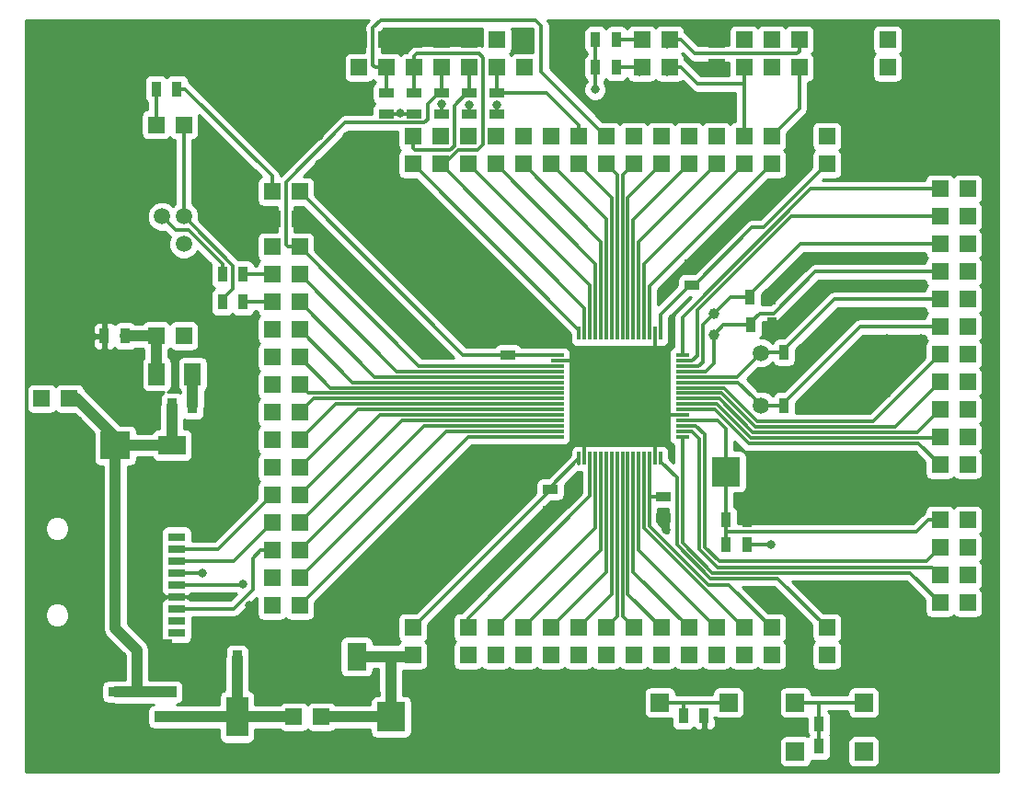
<source format=gbr>
G04 #@! TF.FileFunction,Copper,L2,Bot,Signal*
%FSLAX46Y46*%
G04 Gerber Fmt 4.6, Leading zero omitted, Abs format (unit mm)*
G04 Created by KiCad (PCBNEW 4.0.7+dfsg1-1) date Thu Jan  4 12:49:50 2018*
%MOMM*%
%LPD*%
G01*
G04 APERTURE LIST*
%ADD10C,0.300000*%
%ADD11C,0.800000*%
%ADD12R,2.550160X2.700020*%
%ADD13R,1.397000X0.889000*%
%ADD14R,0.889000X1.397000*%
%ADD15C,6.000000*%
%ADD16R,1.676400X1.676400*%
%ADD17C,1.501140*%
%ADD18R,1.524000X1.524000*%
%ADD19R,2.700020X2.550160*%
%ADD20R,2.499360X1.800860*%
%ADD21R,1.800860X2.499360*%
%ADD22R,1.524000X2.032000*%
%ADD23R,2.032000X3.657600*%
%ADD24R,2.032000X1.016000*%
%ADD25C,1.520000*%
%ADD26C,2.700000*%
%ADD27R,1.200000X0.300000*%
%ADD28R,0.300000X1.200000*%
%ADD29R,1.600000X1.500000*%
%ADD30R,1.600000X0.800000*%
%ADD31R,2.200000X1.200000*%
%ADD32R,1.800000X1.200000*%
%ADD33C,1.000000*%
%ADD34C,1.000000*%
%ADD35C,0.254000*%
G04 APERTURE END LIST*
D10*
D11*
X190754000Y-109220000D03*
X190754000Y-106680000D03*
X191008000Y-88900000D03*
X191008000Y-91440000D03*
X191008000Y-93800000D03*
X164338000Y-70612000D03*
X168910000Y-70612000D03*
X170180000Y-65786000D03*
X159258000Y-65024000D03*
X157480000Y-65786000D03*
X123698000Y-126111000D03*
X123739000Y-130425000D03*
X125771000Y-130425000D03*
X130089000Y-130425000D03*
X130089000Y-124710000D03*
X125771000Y-124710000D03*
X125771000Y-126107000D03*
X130089000Y-126107000D03*
X197358000Y-117983000D03*
X197358000Y-115443000D03*
X197358000Y-112903000D03*
X197358000Y-110363000D03*
X197358000Y-107823000D03*
X197358000Y-105283000D03*
X197358000Y-102743000D03*
X197358000Y-100203000D03*
X197358000Y-97663000D03*
X197358000Y-95123000D03*
X197358000Y-92583000D03*
X197358000Y-90043000D03*
X197358000Y-87503000D03*
X197358000Y-84963000D03*
X197358000Y-82423000D03*
X197358000Y-79883000D03*
X137922000Y-130175000D03*
X139954000Y-130175000D03*
X139954000Y-127127000D03*
X137033000Y-124333000D03*
X136652000Y-121158000D03*
X141986000Y-121158000D03*
X127000000Y-72644000D03*
X124714000Y-80264000D03*
X121666000Y-80264000D03*
X121666000Y-77724000D03*
X124714000Y-77724000D03*
X129540000Y-75184000D03*
X128270000Y-77724000D03*
X125730000Y-75184000D03*
X191008000Y-73152000D03*
X187960000Y-73152000D03*
X187960000Y-75692000D03*
X191008000Y-75692000D03*
X191008000Y-78232000D03*
X187960000Y-78232000D03*
X184404000Y-124968000D03*
X184404000Y-122428000D03*
X184404000Y-119888000D03*
X187452000Y-119888000D03*
X187452000Y-122428000D03*
X191516000Y-119888000D03*
X191516000Y-122428000D03*
X191516000Y-124968000D03*
X187452000Y-124968000D03*
X181864000Y-124968000D03*
X179324000Y-124968000D03*
X163576000Y-127000000D03*
X161036000Y-127000000D03*
X158496000Y-127000000D03*
X155956000Y-127000000D03*
X153416000Y-127000000D03*
X150876000Y-127000000D03*
X152654000Y-114046000D03*
X155194000Y-111506000D03*
X159004000Y-107696000D03*
X140716000Y-80264000D03*
X140716000Y-82804000D03*
X140716000Y-89662000D03*
X143256000Y-92202000D03*
X145796000Y-94742000D03*
X154686000Y-90932000D03*
X146812000Y-90932000D03*
X149352000Y-93472000D03*
X134366000Y-71374000D03*
X136906000Y-71374000D03*
X131826000Y-72644000D03*
X131826000Y-77724000D03*
X131826000Y-75184000D03*
X140716000Y-75184000D03*
X138176000Y-75184000D03*
X135636000Y-75184000D03*
X140716000Y-77724000D03*
X138176000Y-77724000D03*
X135636000Y-77724000D03*
X115160000Y-122620000D03*
X114000000Y-120080000D03*
X114000000Y-117540000D03*
X114000000Y-115000000D03*
X114000000Y-112460000D03*
X114000000Y-109920000D03*
X114000000Y-107380000D03*
X119800000Y-120090000D03*
X119800000Y-117550000D03*
X119800000Y-107390000D03*
X119800000Y-109930000D03*
X129200000Y-120900000D03*
X125900000Y-120900000D03*
X129200000Y-118360000D03*
X125900000Y-117550000D03*
X119800000Y-112470000D03*
X119800000Y-115010000D03*
X125900000Y-110740000D03*
X129200000Y-108200000D03*
X125900000Y-108200000D03*
X129200000Y-105660000D03*
X125900000Y-105660000D03*
X129200000Y-103120000D03*
X129200000Y-100580000D03*
X125900000Y-100580000D03*
X129200000Y-98040000D03*
X125900000Y-98040000D03*
X129200000Y-95500000D03*
X125900000Y-95500000D03*
X129200000Y-92960000D03*
X125900000Y-92960000D03*
X129200000Y-85340000D03*
X129200000Y-82800000D03*
X125900000Y-82800000D03*
X153416000Y-106172000D03*
X150876000Y-106172000D03*
X157226000Y-104902000D03*
X154686000Y-104902000D03*
X152146000Y-104902000D03*
X163300000Y-99100000D03*
X167700000Y-103400000D03*
X159100000Y-103400000D03*
X167700000Y-94800000D03*
X159100000Y-94800000D03*
X176600000Y-109200000D03*
X167600000Y-111400000D03*
X187452000Y-117348000D03*
X184404000Y-117348000D03*
X187600000Y-106500000D03*
X187600000Y-109200000D03*
X182100000Y-109200000D03*
X182100000Y-106500000D03*
X157226000Y-93472000D03*
X178400000Y-79600000D03*
X173400000Y-83600000D03*
X167900000Y-88900000D03*
X183500000Y-86300000D03*
X178900000Y-92200000D03*
X178400000Y-88800000D03*
X185700000Y-86300000D03*
X185700000Y-88800000D03*
X187900000Y-88800000D03*
X187900000Y-86300000D03*
X187900000Y-91300000D03*
X176300000Y-97600000D03*
X184200000Y-91800000D03*
X182500000Y-93300000D03*
X187900000Y-93800000D03*
X183800000Y-99000000D03*
X183900000Y-97300000D03*
X187900000Y-98900000D03*
X187900000Y-96400000D03*
X179500000Y-87700000D03*
X180700000Y-90600000D03*
X182300000Y-99000000D03*
D12*
X179451000Y-106045000D03*
X173101000Y-106045000D03*
X148625000Y-128600000D03*
X142275000Y-128600000D03*
D13*
X153035000Y-95313500D03*
X153035000Y-93408500D03*
X169990000Y-88850000D03*
X169990000Y-86945000D03*
X156930000Y-107667500D03*
X156930000Y-109572500D03*
X167360000Y-108380000D03*
X167360000Y-110285000D03*
D14*
X117802500Y-93550000D03*
X115897500Y-93550000D03*
X169164000Y-128524000D03*
X171069000Y-128524000D03*
X181673500Y-131318000D03*
X183578500Y-131318000D03*
D13*
X116950000Y-126302500D03*
X116950000Y-124397500D03*
D15*
X112776000Y-68580000D03*
X194056000Y-129540000D03*
X112776000Y-129540000D03*
X194056000Y-68580000D03*
D16*
X167030000Y-131790000D03*
X167030000Y-127290000D03*
X173330000Y-131790000D03*
X173330000Y-127290000D03*
X185776000Y-127290000D03*
X185776000Y-131790000D03*
X179476000Y-127290000D03*
X179476000Y-131790000D03*
D17*
X176339500Y-95095060D03*
X176339500Y-99976940D03*
D18*
X120650000Y-74104500D03*
X123190000Y-74104500D03*
X120650000Y-93535500D03*
X123190000Y-93535500D03*
X112670000Y-101840000D03*
X110130000Y-101840000D03*
X112670000Y-99300000D03*
X110130000Y-99300000D03*
X112670000Y-96760000D03*
X110130000Y-96760000D03*
X182372000Y-66294000D03*
X182372000Y-68834000D03*
X179832000Y-66294000D03*
X179832000Y-68834000D03*
X177292000Y-66294000D03*
X177292000Y-68834000D03*
X174752000Y-66294000D03*
X174752000Y-68834000D03*
X172212000Y-66294000D03*
X172212000Y-68834000D03*
X133330000Y-126060000D03*
X135870000Y-126060000D03*
X133330000Y-128600000D03*
X135870000Y-128600000D03*
X133330000Y-131140000D03*
X135870000Y-131140000D03*
X192786000Y-80010000D03*
X195326000Y-80010000D03*
X192786000Y-82550000D03*
X195326000Y-82550000D03*
X192786000Y-85090000D03*
X195326000Y-85090000D03*
X192786000Y-87630000D03*
X195326000Y-87630000D03*
X192786000Y-90170000D03*
X195326000Y-90170000D03*
X192786000Y-92710000D03*
X195326000Y-92710000D03*
X192786000Y-95250000D03*
X195326000Y-95250000D03*
X192786000Y-97790000D03*
X195326000Y-97790000D03*
X192786000Y-100330000D03*
X195326000Y-100330000D03*
X192786000Y-102870000D03*
X195326000Y-102870000D03*
X192786000Y-105410000D03*
X195326000Y-105410000D03*
X192786000Y-107950000D03*
X195326000Y-107950000D03*
X192786000Y-110490000D03*
X195326000Y-110490000D03*
X192786000Y-113030000D03*
X195326000Y-113030000D03*
X192786000Y-115570000D03*
X195326000Y-115570000D03*
X192786000Y-118110000D03*
X195326000Y-118110000D03*
D19*
X116900000Y-97275000D03*
X116900000Y-103625000D03*
D14*
X178435000Y-95059500D03*
X180340000Y-95059500D03*
X178435000Y-99949000D03*
X180340000Y-99949000D03*
X175333000Y-89962500D03*
X177238000Y-89962500D03*
X128102500Y-123200000D03*
X126197500Y-123200000D03*
X175396500Y-92502500D03*
X177301500Y-92502500D03*
X173101000Y-110490000D03*
X175006000Y-110490000D03*
D20*
X126098980Y-103600000D03*
X122101020Y-103600000D03*
D21*
X139100000Y-119051020D03*
X139100000Y-123048980D03*
D22*
X120699000Y-97050000D03*
X124001000Y-97050000D03*
D14*
X128651000Y-87884000D03*
X126746000Y-87884000D03*
X128651000Y-90424000D03*
X126746000Y-90424000D03*
X122555000Y-70802500D03*
X120650000Y-70802500D03*
X181673500Y-129286000D03*
X183578500Y-129286000D03*
D23*
X128102000Y-128600000D03*
D24*
X121498000Y-128600000D03*
X121498000Y-126314000D03*
X121498000Y-130886000D03*
D14*
X161099500Y-68834000D03*
X163004500Y-68834000D03*
X161099500Y-66294000D03*
X163004500Y-66294000D03*
D25*
X123190000Y-82550000D03*
X123190000Y-85090000D03*
X121190000Y-85090000D03*
X121190000Y-82550000D03*
D26*
X118490000Y-77820000D03*
X118490000Y-89820000D03*
D18*
X165354000Y-66294000D03*
X167894000Y-66294000D03*
X165354000Y-68834000D03*
X167894000Y-68834000D03*
X187960000Y-68834000D03*
X187960000Y-66294000D03*
D14*
X124002500Y-100000000D03*
X122097500Y-100000000D03*
X175006000Y-112776000D03*
X173101000Y-112776000D03*
D18*
X182372000Y-75184000D03*
X182372000Y-77724000D03*
X179832000Y-75184000D03*
X179832000Y-77724000D03*
X177292000Y-75184000D03*
X177292000Y-77724000D03*
X174752000Y-75184000D03*
X174752000Y-77724000D03*
X172212000Y-75184000D03*
X172212000Y-77724000D03*
X169672000Y-75184000D03*
X169672000Y-77724000D03*
X167132000Y-75184000D03*
X167132000Y-77724000D03*
X164592000Y-75184000D03*
X164592000Y-77724000D03*
X162052000Y-75184000D03*
X162052000Y-77724000D03*
X159512000Y-75184000D03*
X159512000Y-77724000D03*
X156972000Y-75184000D03*
X156972000Y-77724000D03*
X154432000Y-75184000D03*
X154432000Y-77724000D03*
X151892000Y-75184000D03*
X151892000Y-77724000D03*
X149352000Y-75184000D03*
X149352000Y-77724000D03*
X146812000Y-75184000D03*
X146812000Y-77724000D03*
X144272000Y-75184000D03*
X144272000Y-77724000D03*
X131318000Y-80264000D03*
X133858000Y-80264000D03*
X131318000Y-82804000D03*
X133858000Y-82804000D03*
X131318000Y-85344000D03*
X133858000Y-85344000D03*
X131318000Y-87884000D03*
X133858000Y-87884000D03*
X131318000Y-90424000D03*
X133858000Y-90424000D03*
X131318000Y-92964000D03*
X133858000Y-92964000D03*
X131318000Y-95504000D03*
X133858000Y-95504000D03*
X131318000Y-98044000D03*
X133858000Y-98044000D03*
X131318000Y-100584000D03*
X133858000Y-100584000D03*
X131318000Y-103124000D03*
X133858000Y-103124000D03*
X131318000Y-105664000D03*
X133858000Y-105664000D03*
X131318000Y-108204000D03*
X133858000Y-108204000D03*
X131318000Y-110744000D03*
X133858000Y-110744000D03*
X131318000Y-113284000D03*
X133858000Y-113284000D03*
X131318000Y-115824000D03*
X133858000Y-115824000D03*
X131318000Y-118364000D03*
X133858000Y-118364000D03*
X144272000Y-122936000D03*
X144272000Y-120396000D03*
X146812000Y-122936000D03*
X146812000Y-120396000D03*
X149352000Y-122936000D03*
X149352000Y-120396000D03*
X151892000Y-122936000D03*
X151892000Y-120396000D03*
X154432000Y-122936000D03*
X154432000Y-120396000D03*
X156972000Y-122936000D03*
X156972000Y-120396000D03*
X159512000Y-122936000D03*
X159512000Y-120396000D03*
X162052000Y-122936000D03*
X162052000Y-120396000D03*
X164592000Y-122936000D03*
X164592000Y-120396000D03*
X167132000Y-122936000D03*
X167132000Y-120396000D03*
X169672000Y-122936000D03*
X169672000Y-120396000D03*
X172212000Y-122936000D03*
X172212000Y-120396000D03*
X174752000Y-122936000D03*
X174752000Y-120396000D03*
X177292000Y-122936000D03*
X177292000Y-120396000D03*
X179832000Y-122936000D03*
X179832000Y-120396000D03*
X182372000Y-122936000D03*
X182372000Y-120396000D03*
D27*
X169072000Y-95310000D03*
X169072000Y-95810000D03*
X169072000Y-96310000D03*
X169072000Y-96810000D03*
X169072000Y-97310000D03*
X169072000Y-97810000D03*
X169072000Y-98310000D03*
X169072000Y-98810000D03*
X169072000Y-99310000D03*
X169072000Y-99810000D03*
X169072000Y-100310000D03*
X169072000Y-100810000D03*
X169072000Y-101310000D03*
X169072000Y-101810000D03*
X169072000Y-102310000D03*
X169072000Y-102810000D03*
D28*
X167072000Y-104810000D03*
X166572000Y-104810000D03*
X166072000Y-104810000D03*
X165572000Y-104810000D03*
X165072000Y-104810000D03*
X164572000Y-104810000D03*
X164072000Y-104810000D03*
X163572000Y-104810000D03*
X163072000Y-104810000D03*
X162572000Y-104810000D03*
X162072000Y-104810000D03*
X161572000Y-104810000D03*
X161072000Y-104810000D03*
X160572000Y-104810000D03*
X160072000Y-104810000D03*
X159572000Y-104810000D03*
D27*
X157572000Y-102810000D03*
X157572000Y-102310000D03*
X157572000Y-101810000D03*
X157572000Y-101310000D03*
X157572000Y-100810000D03*
X157572000Y-100310000D03*
X157572000Y-99810000D03*
X157572000Y-99310000D03*
X157572000Y-98810000D03*
X157572000Y-98310000D03*
X157572000Y-97810000D03*
X157572000Y-97310000D03*
X157572000Y-96810000D03*
X157572000Y-96310000D03*
X157572000Y-95810000D03*
X157572000Y-95310000D03*
D28*
X159572000Y-93310000D03*
X160072000Y-93310000D03*
X160572000Y-93310000D03*
X161072000Y-93310000D03*
X161572000Y-93310000D03*
X162072000Y-93310000D03*
X162572000Y-93310000D03*
X163072000Y-93310000D03*
X163572000Y-93310000D03*
X164072000Y-93310000D03*
X164572000Y-93310000D03*
X165072000Y-93310000D03*
X165572000Y-93310000D03*
X166072000Y-93310000D03*
X166572000Y-93310000D03*
X167072000Y-93310000D03*
D29*
X121488000Y-107450000D03*
D30*
X109738000Y-107150000D03*
D31*
X109738000Y-121450000D03*
D32*
X121238000Y-122050000D03*
D30*
X122538000Y-120850000D03*
X122538000Y-119750000D03*
X122538000Y-118650000D03*
X122538000Y-117550000D03*
X122538000Y-116450000D03*
X122538000Y-115350000D03*
X122538000Y-114250000D03*
X122538000Y-113150000D03*
X122538000Y-112050000D03*
D18*
X139330000Y-68820000D03*
X139330000Y-66280000D03*
X141870000Y-68820000D03*
X141870000Y-66280000D03*
X144410000Y-68820000D03*
X144410000Y-66280000D03*
X146950000Y-68820000D03*
X146950000Y-66280000D03*
X149490000Y-68820000D03*
X149490000Y-66280000D03*
X152030000Y-68820000D03*
X152030000Y-66280000D03*
X154570000Y-68820000D03*
X154570000Y-66280000D03*
D13*
X141859000Y-71183500D03*
X141859000Y-73088500D03*
X144399000Y-71183500D03*
X144399000Y-73088500D03*
X146939000Y-71183500D03*
X146939000Y-73088500D03*
X149479000Y-71183500D03*
X149479000Y-73088500D03*
X152019000Y-71183500D03*
X152019000Y-73088500D03*
D33*
X171958000Y-91508500D03*
X171958000Y-93408500D03*
D11*
X152019000Y-72263000D03*
X149479000Y-72263000D03*
X146939000Y-72228002D03*
X143129000Y-73050000D03*
X124950000Y-115350000D03*
X161036000Y-70866000D03*
X177270000Y-112770000D03*
X128650000Y-116425000D03*
D10*
X152019000Y-73088500D02*
X152019000Y-72263000D01*
X149479000Y-73088500D02*
X149479000Y-72263000D01*
X146939000Y-73088500D02*
X146939000Y-72228002D01*
X143129000Y-73088500D02*
X144399000Y-73088500D01*
X141859000Y-73088500D02*
X143129000Y-73088500D01*
X143129000Y-73088500D02*
X143129000Y-73050000D01*
X122538000Y-115350000D02*
X124950000Y-115350000D01*
X161099500Y-68834000D02*
X161099500Y-70802500D01*
X161099500Y-70802500D02*
X161036000Y-70866000D01*
X161099500Y-66294000D02*
X161099500Y-68834000D01*
X122555000Y-70802500D02*
X123299500Y-70802500D01*
X123299500Y-70802500D02*
X131318000Y-78821000D01*
X131318000Y-78821000D02*
X131318000Y-79202000D01*
X131318000Y-79202000D02*
X131318000Y-80264000D01*
D34*
X128102500Y-123200000D02*
X128102500Y-128599500D01*
X128102500Y-128599500D02*
X128102000Y-128600000D01*
X121498000Y-128600000D02*
X128102000Y-128600000D01*
X139100000Y-123048980D02*
X142250000Y-123048980D01*
X142250000Y-123048980D02*
X144159020Y-123048980D01*
X142275000Y-128600000D02*
X142275000Y-126249990D01*
X142275000Y-126249990D02*
X142250000Y-126224990D01*
X142250000Y-126224990D02*
X142250000Y-123048980D01*
X144159020Y-123048980D02*
X144272000Y-122936000D01*
X135870000Y-128600000D02*
X142275000Y-128600000D01*
X128102000Y-128600000D02*
X133330000Y-128600000D01*
D10*
X169990000Y-88850000D02*
X170210000Y-88850000D01*
X176530000Y-83566000D02*
X182372000Y-77724000D01*
X170210000Y-88850000D02*
X175494000Y-83566000D01*
X175494000Y-83566000D02*
X176530000Y-83566000D01*
X159572000Y-104810000D02*
X159572000Y-104828000D01*
X159572000Y-104828000D02*
X156930000Y-107470000D01*
X156930000Y-107470000D02*
X156930000Y-107667500D01*
X166072060Y-108380000D02*
X166072060Y-111019182D01*
X166072060Y-111019182D02*
X171482889Y-116430011D01*
X171482889Y-116430011D02*
X173330011Y-116430011D01*
X173330011Y-116430011D02*
X177292000Y-120392000D01*
X177292000Y-120392000D02*
X177292000Y-120396000D01*
X166072060Y-108380000D02*
X166072060Y-105422060D01*
X167360000Y-108380000D02*
X166361500Y-108380000D01*
X166361500Y-108380000D02*
X166072060Y-108380000D01*
X167072000Y-93310000D02*
X167072000Y-91538000D01*
X167072000Y-91538000D02*
X169760000Y-88850000D01*
X169760000Y-88850000D02*
X169990000Y-88850000D01*
X177264000Y-112776000D02*
X177270000Y-112770000D01*
X175006000Y-112776000D02*
X177264000Y-112776000D01*
X153035000Y-95313500D02*
X148907500Y-95313500D01*
X148907500Y-95313500D02*
X133858000Y-80264000D01*
X157572000Y-95310000D02*
X153038500Y-95310000D01*
X153038500Y-95310000D02*
X153035000Y-95313500D01*
X166072060Y-105422060D02*
X166072000Y-105422000D01*
X166072000Y-105422000D02*
X166072000Y-104810000D01*
X156930000Y-107667500D02*
X156930000Y-107738000D01*
X156930000Y-107738000D02*
X144272000Y-120396000D01*
X159572000Y-104810000D02*
X159572000Y-105260000D01*
X144436000Y-120396000D02*
X144272000Y-120396000D01*
X182372000Y-77724000D02*
X182208000Y-77724000D01*
X167072000Y-92860000D02*
X167072000Y-93310000D01*
X157572000Y-95810000D02*
X158750000Y-95810000D01*
X166570000Y-94212000D02*
X166570000Y-94500000D01*
X166572000Y-93310000D02*
X166572000Y-94210000D01*
X166572000Y-94210000D02*
X166570000Y-94212000D01*
X168172000Y-100810000D02*
X167520000Y-100830000D01*
X167670000Y-100810000D02*
X167540000Y-100810000D01*
X167540000Y-100810000D02*
X167520000Y-100830000D01*
X169072000Y-100810000D02*
X168172000Y-100810000D01*
X166570000Y-103908000D02*
X166570000Y-103050000D01*
X166572000Y-104810000D02*
X166572000Y-103910000D01*
X166572000Y-103910000D02*
X166570000Y-103908000D01*
X160070000Y-103908000D02*
X160070000Y-103120000D01*
X160072000Y-104810000D02*
X160072000Y-103910000D01*
X160072000Y-103910000D02*
X160070000Y-103908000D01*
D34*
X117802500Y-93550000D02*
X120635500Y-93550000D01*
X120635500Y-93550000D02*
X120650000Y-93535500D01*
X120650000Y-93535500D02*
X120650000Y-97001000D01*
X120650000Y-97001000D02*
X120699000Y-97050000D01*
D10*
X172191800Y-127290000D02*
X169160000Y-127290000D01*
X169160000Y-127290000D02*
X167030000Y-127290000D01*
X169164000Y-128524000D02*
X169164000Y-127525500D01*
X169164000Y-127525500D02*
X169160000Y-127521500D01*
X169160000Y-127521500D02*
X169160000Y-127290000D01*
X173330000Y-127290000D02*
X172191800Y-127290000D01*
X169072000Y-98310000D02*
X172902140Y-98310000D01*
X172902140Y-98310000D02*
X176001638Y-101409498D01*
X176001638Y-101409498D02*
X186626502Y-101409498D01*
X186626502Y-101409498D02*
X192786000Y-95250000D01*
X179476000Y-127290000D02*
X181700000Y-127290000D01*
X181700000Y-127290000D02*
X185776000Y-127290000D01*
X181673500Y-129286000D02*
X181673500Y-127316500D01*
X181673500Y-127316500D02*
X181700000Y-127290000D01*
X181673500Y-131318000D02*
X181673500Y-129286000D01*
X172212000Y-77724000D02*
X165072000Y-84864000D01*
X165072000Y-84864000D02*
X165072000Y-92410000D01*
X165072000Y-92410000D02*
X165072000Y-93310000D01*
D34*
X116900000Y-103625000D02*
X116900000Y-120472002D01*
X116900000Y-120472002D02*
X118900000Y-122472002D01*
X118900000Y-122472002D02*
X118900000Y-126314000D01*
X121498000Y-126314000D02*
X118900000Y-126314000D01*
X118900000Y-126314000D02*
X116961500Y-126314000D01*
X116961500Y-126314000D02*
X116950000Y-126302500D01*
X113350000Y-99300000D02*
X114350000Y-100300000D01*
X114350000Y-100300000D02*
X116900000Y-102850000D01*
X112670000Y-99300000D02*
X113350000Y-99300000D01*
X116900000Y-102850000D02*
X116900000Y-103625000D01*
X122101020Y-103600000D02*
X116925000Y-103600000D01*
X116925000Y-103600000D02*
X116900000Y-103625000D01*
X122076020Y-103575000D02*
X122101020Y-103600000D01*
X122097500Y-100000000D02*
X122097500Y-103596480D01*
X122097500Y-103596480D02*
X122101020Y-103600000D01*
D10*
X191724000Y-80010000D02*
X192786000Y-80010000D01*
X180902878Y-80010000D02*
X191724000Y-80010000D01*
X169072000Y-91840878D02*
X180902878Y-80010000D01*
X169072000Y-95310000D02*
X169072000Y-91840878D01*
X170434000Y-91186000D02*
X170434000Y-95348000D01*
X170434000Y-95348000D02*
X169972000Y-95810000D01*
X192786000Y-82550000D02*
X179070000Y-82550000D01*
X179070000Y-82550000D02*
X170434000Y-91186000D01*
X169972000Y-95810000D02*
X169072000Y-95810000D01*
X171458001Y-92008499D02*
X171958000Y-91508500D01*
X170934011Y-92532489D02*
X171458001Y-92008499D01*
X170589122Y-96310000D02*
X170934011Y-95965111D01*
X169072000Y-96310000D02*
X170589122Y-96310000D01*
X170934011Y-95965111D02*
X170934011Y-92532489D01*
X192786000Y-85090000D02*
X179951500Y-85090000D01*
X175333000Y-89708500D02*
X175333000Y-89962500D01*
X179951500Y-85090000D02*
X175333000Y-89708500D01*
X175333000Y-89962500D02*
X173504000Y-89962500D01*
X173504000Y-89962500D02*
X171958000Y-91508500D01*
X192786000Y-87630000D02*
X181343502Y-87630000D01*
X181343502Y-87630000D02*
X177519503Y-91453999D01*
X177519503Y-91453999D02*
X176191001Y-91453999D01*
X176191001Y-91453999D02*
X175396500Y-92248500D01*
X175396500Y-92248500D02*
X175396500Y-92502500D01*
X169072000Y-96810000D02*
X171223500Y-96810000D01*
X171223500Y-96810000D02*
X171958000Y-96075500D01*
X171958000Y-96075500D02*
X171958000Y-94115606D01*
X171958000Y-94115606D02*
X171958000Y-93408500D01*
X175396500Y-92502500D02*
X172864000Y-92502500D01*
X172864000Y-92502500D02*
X171958000Y-93408500D01*
X174124560Y-97310000D02*
X169972000Y-97310000D01*
X176339500Y-95095060D02*
X174124560Y-97310000D01*
X169972000Y-97310000D02*
X169072000Y-97310000D01*
X178435000Y-95059500D02*
X178435000Y-94805500D01*
X178435000Y-94805500D02*
X183070500Y-90170000D01*
X183070500Y-90170000D02*
X191724000Y-90170000D01*
X191724000Y-90170000D02*
X192786000Y-90170000D01*
X178435000Y-95059500D02*
X176375060Y-95059500D01*
X176375060Y-95059500D02*
X176339500Y-95095060D01*
X175588931Y-99226371D02*
X176339500Y-99976940D01*
X169072000Y-97810000D02*
X174172560Y-97810000D01*
X174172560Y-97810000D02*
X175588931Y-99226371D01*
X178435000Y-99949000D02*
X178435000Y-99695000D01*
X178435000Y-99695000D02*
X185420000Y-92710000D01*
X185420000Y-92710000D02*
X191724000Y-92710000D01*
X191724000Y-92710000D02*
X192786000Y-92710000D01*
X178435000Y-99949000D02*
X176367440Y-99949000D01*
X176367440Y-99949000D02*
X176339500Y-99976940D01*
X169072000Y-98810000D02*
X172694988Y-98810000D01*
X172694988Y-98810000D02*
X175794497Y-101909509D01*
X175794497Y-101909509D02*
X188666491Y-101909509D01*
X188666491Y-101909509D02*
X192786000Y-97790000D01*
X169072000Y-99310000D02*
X172487866Y-99310000D01*
X172487866Y-99310000D02*
X175587386Y-102409520D01*
X175587386Y-102409520D02*
X190706480Y-102409520D01*
X190706480Y-102409520D02*
X192786000Y-100330000D01*
X169072000Y-99810000D02*
X172280744Y-99810000D01*
X172280744Y-99810000D02*
X175380275Y-102909531D01*
X175380275Y-102909531D02*
X192746469Y-102909531D01*
X192746469Y-102909531D02*
X192786000Y-102870000D01*
X169072000Y-100310000D02*
X172073622Y-100310000D01*
X172073622Y-100310000D02*
X175205122Y-103441500D01*
X175205122Y-103441500D02*
X190817500Y-103441500D01*
X190817500Y-103441500D02*
X192786000Y-105410000D01*
X191724000Y-110490000D02*
X190644500Y-111569500D01*
X192786000Y-110490000D02*
X191724000Y-110490000D01*
X190644500Y-111569500D02*
X177110496Y-111569500D01*
X177110496Y-111569500D02*
X173101000Y-111569500D01*
X169072000Y-101310000D02*
X172366500Y-101310000D01*
X173101000Y-104394990D02*
X173101000Y-106045000D01*
X173101000Y-102044500D02*
X173101000Y-104394990D01*
X172366500Y-101310000D02*
X173101000Y-102044500D01*
X173101000Y-110490000D02*
X173101000Y-111569500D01*
X173101000Y-111569500D02*
X173101000Y-112776000D01*
X173101000Y-106045000D02*
X173101000Y-110490000D01*
X169072000Y-101810000D02*
X170335122Y-101810000D01*
X191516000Y-114300000D02*
X192786000Y-113030000D01*
X170335122Y-101810000D02*
X171132500Y-102607378D01*
X171132500Y-102607378D02*
X171132500Y-112966500D01*
X171132500Y-112966500D02*
X172466000Y-114300000D01*
X172466000Y-114300000D02*
X191516000Y-114300000D01*
X169072000Y-102310000D02*
X169972000Y-102310000D01*
X169972000Y-102310000D02*
X170632489Y-102970489D01*
X170632489Y-102970489D02*
X170632489Y-113173611D01*
X170632489Y-113173611D02*
X172298835Y-114839957D01*
X172298835Y-114839957D02*
X192059957Y-114839957D01*
X192059957Y-114839957D02*
X192786000Y-115566000D01*
X192786000Y-115566000D02*
X192786000Y-115570000D01*
X169072000Y-102810000D02*
X169072000Y-112561994D01*
X169072000Y-112561994D02*
X171849974Y-115339968D01*
X171849974Y-115339968D02*
X190019968Y-115339968D01*
X190019968Y-115339968D02*
X192786000Y-118106000D01*
X192786000Y-118106000D02*
X192786000Y-118110000D01*
X167072000Y-104810000D02*
X167072000Y-105096000D01*
X167072000Y-105096000D02*
X168571990Y-106595990D01*
X168571990Y-106595990D02*
X168571990Y-112769104D01*
X168571990Y-112769104D02*
X171642864Y-115839978D01*
X171642864Y-115839978D02*
X177815978Y-115839978D01*
X177815978Y-115839978D02*
X182372000Y-120396000D01*
X182372000Y-120396000D02*
X182372000Y-120392000D01*
X165572000Y-104810000D02*
X165572000Y-105482000D01*
X165572000Y-105482000D02*
X165572050Y-105482050D01*
X165572050Y-105482050D02*
X165572050Y-111252050D01*
X165572050Y-111252050D02*
X174716000Y-120396000D01*
X174716000Y-120396000D02*
X174752000Y-120396000D01*
X165072000Y-104810000D02*
X165072000Y-105532000D01*
X165072000Y-105532000D02*
X165072040Y-105532040D01*
X165072040Y-105532040D02*
X165072040Y-113272040D01*
X165072040Y-113272040D02*
X172196000Y-120396000D01*
X172196000Y-120396000D02*
X172212000Y-120396000D01*
X169672000Y-120396000D02*
X169672000Y-120392000D01*
X169672000Y-120392000D02*
X164572030Y-115292030D01*
X164572030Y-115292030D02*
X164572030Y-105583770D01*
X164572030Y-105583770D02*
X164572000Y-105583740D01*
X164572000Y-105583740D02*
X164572000Y-104810000D01*
X167132000Y-120396000D02*
X167126000Y-120396000D01*
X167126000Y-120396000D02*
X164072020Y-117342020D01*
X164072020Y-117342020D02*
X164072020Y-105790880D01*
X164072020Y-105790880D02*
X164072000Y-105790860D01*
X164072000Y-105790860D02*
X164072000Y-104810000D01*
X164592000Y-120396000D02*
X163572010Y-119376010D01*
X163572010Y-119376010D02*
X163572010Y-105997990D01*
X163572010Y-105997990D02*
X163572000Y-105997980D01*
X163572000Y-105997980D02*
X163572000Y-104810000D01*
X162052000Y-120396000D02*
X162054000Y-120396000D01*
X162054000Y-120396000D02*
X163072000Y-119378000D01*
X163072000Y-119378000D02*
X163072000Y-105710000D01*
X163072000Y-105710000D02*
X163072000Y-104810000D01*
X159512000Y-120396000D02*
X159524000Y-120396000D01*
X159524000Y-120396000D02*
X162572000Y-117348000D01*
X162572000Y-117348000D02*
X162572000Y-105710000D01*
X162572000Y-105710000D02*
X162572000Y-104810000D01*
X156972000Y-120396000D02*
X156974000Y-120396000D01*
X156974000Y-120396000D02*
X162072000Y-115298000D01*
X162072000Y-115298000D02*
X162072000Y-105710000D01*
X162072000Y-105710000D02*
X162072000Y-104810000D01*
X154432000Y-120396000D02*
X154444000Y-120396000D01*
X154444000Y-120396000D02*
X161572000Y-113268000D01*
X161572000Y-113268000D02*
X161572000Y-105710000D01*
X161572000Y-105710000D02*
X161572000Y-104810000D01*
X151892000Y-120396000D02*
X151892000Y-120388000D01*
X151892000Y-120388000D02*
X161072000Y-111208000D01*
X161072000Y-111208000D02*
X161072000Y-105710000D01*
X161072000Y-105710000D02*
X161072000Y-104810000D01*
X160572000Y-104810000D02*
X160572000Y-108298000D01*
X160572000Y-108298000D02*
X149352000Y-119518000D01*
X149352000Y-119518000D02*
X149352000Y-120396000D01*
X149794146Y-120396000D02*
X149352000Y-120396000D01*
X157572000Y-102810000D02*
X149412000Y-102810000D01*
X149412000Y-102810000D02*
X133858000Y-118364000D01*
X128625000Y-116450000D02*
X128650000Y-116425000D01*
X122538000Y-116450000D02*
X128625000Y-116450000D01*
X157572000Y-102310000D02*
X147372000Y-102310000D01*
X147372000Y-102310000D02*
X133858000Y-115824000D01*
X157572000Y-100310000D02*
X139212000Y-100310000D01*
X139212000Y-100310000D02*
X133858000Y-105664000D01*
X157572000Y-99810000D02*
X137172000Y-99810000D01*
X137172000Y-99810000D02*
X133858000Y-103124000D01*
X133858000Y-100584000D02*
X133858000Y-100572000D01*
X135120000Y-99310000D02*
X156672000Y-99310000D01*
X133858000Y-100572000D02*
X135120000Y-99310000D01*
X156672000Y-99310000D02*
X157572000Y-99310000D01*
X133858000Y-98044000D02*
X133864000Y-98044000D01*
X133864000Y-98044000D02*
X134630000Y-98810000D01*
X134630000Y-98810000D02*
X156672000Y-98810000D01*
X156672000Y-98810000D02*
X157572000Y-98810000D01*
X133858000Y-95504000D02*
X133858000Y-95508000D01*
X133858000Y-95508000D02*
X136660000Y-98310000D01*
X136660000Y-98310000D02*
X156672000Y-98310000D01*
X156672000Y-98310000D02*
X157572000Y-98310000D01*
X133858000Y-92964000D02*
X133858000Y-92968000D01*
X133858000Y-92968000D02*
X138700000Y-97810000D01*
X138700000Y-97810000D02*
X156672000Y-97810000D01*
X156672000Y-97810000D02*
X157572000Y-97810000D01*
X128651000Y-90424000D02*
X131318000Y-90424000D01*
X131318000Y-90678000D02*
X131318000Y-90424000D01*
X133858000Y-90424000D02*
X133874000Y-90424000D01*
X133874000Y-90424000D02*
X140760000Y-97310000D01*
X140760000Y-97310000D02*
X156672000Y-97310000D01*
X156672000Y-97310000D02*
X157572000Y-97310000D01*
X128651000Y-87884000D02*
X131318000Y-87884000D01*
X133858000Y-87884000D02*
X133884000Y-87884000D01*
X133884000Y-87884000D02*
X142810000Y-96810000D01*
X142810000Y-96810000D02*
X156672000Y-96810000D01*
X156672000Y-96810000D02*
X157572000Y-96810000D01*
X146939000Y-71183500D02*
X146685000Y-71183500D01*
X145346502Y-73914000D02*
X138049000Y-73914000D01*
X138049000Y-73914000D02*
X132588000Y-79375000D01*
X146685000Y-71183500D02*
X145669000Y-72199500D01*
X145669000Y-72199500D02*
X145669000Y-73591502D01*
X145669000Y-73591502D02*
X145346502Y-73914000D01*
X132588000Y-79375000D02*
X132588000Y-85136000D01*
X132588000Y-85136000D02*
X132796000Y-85344000D01*
X132796000Y-85344000D02*
X133858000Y-85344000D01*
X146939000Y-71183500D02*
X146939000Y-68831000D01*
X146939000Y-68831000D02*
X146950000Y-68820000D01*
X133858000Y-85344000D02*
X133864000Y-85344000D01*
X133864000Y-85344000D02*
X144830000Y-96310000D01*
X144830000Y-96310000D02*
X156672000Y-96310000D01*
X156672000Y-96310000D02*
X157572000Y-96310000D01*
X149479000Y-71183500D02*
X149225000Y-71183500D01*
X148082000Y-76068002D02*
X147696002Y-76454000D01*
X149225000Y-71183500D02*
X148082000Y-72326500D01*
X148082000Y-72326500D02*
X148082000Y-76068002D01*
X147696002Y-76454000D02*
X144480000Y-76454000D01*
X144272000Y-76246000D02*
X144272000Y-75184000D01*
X144480000Y-76454000D02*
X144272000Y-76246000D01*
X149479000Y-71183500D02*
X149479000Y-68831000D01*
X149479000Y-68831000D02*
X149490000Y-68820000D01*
X144272000Y-77724000D02*
X159572000Y-93024000D01*
X159572000Y-93024000D02*
X159572000Y-93310000D01*
X144410000Y-68820000D02*
X144410000Y-67758000D01*
X144410000Y-67758000D02*
X144604000Y-67564000D01*
X150236002Y-76454000D02*
X148467998Y-76454000D01*
X144604000Y-67564000D02*
X150388002Y-67564000D01*
X150388002Y-67564000D02*
X150749000Y-67924998D01*
X150749000Y-67924998D02*
X150749000Y-75941002D01*
X150749000Y-75941002D02*
X150236002Y-76454000D01*
X148467998Y-76454000D02*
X147197998Y-77724000D01*
X147197998Y-77724000D02*
X146812000Y-77724000D01*
X144399000Y-71183500D02*
X144399000Y-68831000D01*
X144399000Y-68831000D02*
X144410000Y-68820000D01*
X146812000Y-77724000D02*
X160072000Y-90984000D01*
X160072000Y-90984000D02*
X160072000Y-92410000D01*
X160072000Y-92410000D02*
X160072000Y-93310000D01*
X149352000Y-77724000D02*
X149415500Y-77724000D01*
X149415500Y-77724000D02*
X160572000Y-88880500D01*
X160572000Y-88880500D02*
X160572000Y-92410000D01*
X160572000Y-92410000D02*
X160572000Y-93310000D01*
X151892000Y-77724000D02*
X161072000Y-86904000D01*
X161072000Y-86904000D02*
X161072000Y-92410000D01*
X161072000Y-92410000D02*
X161072000Y-93310000D01*
X154432000Y-77724000D02*
X161572000Y-84864000D01*
X161572000Y-84864000D02*
X161572000Y-92410000D01*
X161572000Y-92410000D02*
X161572000Y-93310000D01*
X156972000Y-77724000D02*
X157035500Y-77724000D01*
X157035500Y-77724000D02*
X162072000Y-82760500D01*
X162072000Y-82760500D02*
X162072000Y-92410000D01*
X162072000Y-92410000D02*
X162072000Y-93310000D01*
X159512000Y-75184000D02*
X159512000Y-74122000D01*
X156573500Y-71183500D02*
X153017500Y-71183500D01*
X153017500Y-71183500D02*
X152019000Y-71183500D01*
X159512000Y-74122000D02*
X156573500Y-71183500D01*
X152019000Y-71183500D02*
X152019000Y-68831000D01*
X152019000Y-68831000D02*
X152030000Y-68820000D01*
X159512000Y-77724000D02*
X159512000Y-77787500D01*
X159512000Y-77787500D02*
X162572000Y-80847500D01*
X162572000Y-80847500D02*
X162572000Y-92410000D01*
X162572000Y-92410000D02*
X162572000Y-93310000D01*
X141859000Y-71183500D02*
X141859000Y-68831000D01*
X141859000Y-68831000D02*
X141870000Y-68820000D01*
X141870000Y-68820000D02*
X140808000Y-68820000D01*
X162034000Y-75184000D02*
X162052000Y-75184000D01*
X140808000Y-68820000D02*
X140600000Y-68612000D01*
X156100000Y-65000000D02*
X156100000Y-69250000D01*
X140600000Y-68612000D02*
X140600000Y-65200000D01*
X140600000Y-65200000D02*
X141300000Y-64500000D01*
X141300000Y-64500000D02*
X155600000Y-64500000D01*
X155600000Y-64500000D02*
X156100000Y-65000000D01*
X156100000Y-69250000D02*
X162034000Y-75184000D01*
X162052000Y-77724000D02*
X163072000Y-78744000D01*
X163072000Y-78744000D02*
X163072000Y-92410000D01*
X163072000Y-92410000D02*
X163072000Y-93310000D01*
X164592000Y-77724000D02*
X163572000Y-78744000D01*
X163572000Y-78744000D02*
X163572000Y-92410000D01*
X163572000Y-92410000D02*
X163572000Y-93310000D01*
X167132000Y-77724000D02*
X164072000Y-80784000D01*
X164072000Y-80784000D02*
X164072000Y-92410000D01*
X164072000Y-92410000D02*
X164072000Y-93310000D01*
X169672000Y-77724000D02*
X164572000Y-82824000D01*
X164572000Y-82824000D02*
X164572000Y-92410000D01*
X164572000Y-92410000D02*
X164572000Y-93310000D01*
X174752000Y-68834000D02*
X174752000Y-70358000D01*
X174752000Y-70358000D02*
X174752000Y-75184000D01*
X167894000Y-68834000D02*
X168956000Y-68834000D01*
X168956000Y-68834000D02*
X170480000Y-70358000D01*
X170480000Y-70358000D02*
X174752000Y-70358000D01*
X167640000Y-69469000D02*
X167640000Y-69460000D01*
X165572000Y-93310000D02*
X165572000Y-86904000D01*
X165572000Y-86904000D02*
X174752000Y-77724000D01*
X167894000Y-66294000D02*
X168956000Y-66294000D01*
X168956000Y-66294000D02*
X170226000Y-67564000D01*
X170226000Y-67564000D02*
X179624000Y-67564000D01*
X179624000Y-67564000D02*
X179832000Y-67356000D01*
X179832000Y-67356000D02*
X179832000Y-66294000D01*
X179832000Y-68834000D02*
X179832000Y-72644000D01*
X179832000Y-72644000D02*
X177292000Y-75184000D01*
X167671000Y-66929000D02*
X167640000Y-66929000D01*
X177292000Y-77724000D02*
X166072000Y-88944000D01*
X166072000Y-88944000D02*
X166072000Y-93310000D01*
X126746000Y-87884000D02*
X126746000Y-86885500D01*
X126746000Y-86885500D02*
X123680500Y-83820000D01*
X123680500Y-83820000D02*
X122460000Y-83820000D01*
X122460000Y-83820000D02*
X121949999Y-83309999D01*
X121949999Y-83309999D02*
X121190000Y-82550000D01*
X123190000Y-74104500D02*
X123190000Y-82550000D01*
X126746000Y-90424000D02*
X126746000Y-90170000D01*
X123949999Y-83309999D02*
X123190000Y-82550000D01*
X126746000Y-90170000D02*
X127698500Y-89217500D01*
X127698500Y-89217500D02*
X127698500Y-87058500D01*
X127698500Y-87058500D02*
X123949999Y-83309999D01*
D34*
X124002500Y-100000000D02*
X124002500Y-97051500D01*
X124002500Y-97051500D02*
X124001000Y-97050000D01*
D10*
X163004500Y-66294000D02*
X165354000Y-66294000D01*
X120650000Y-70802500D02*
X120650000Y-74104500D01*
X163004500Y-68834000D02*
X165354000Y-68834000D01*
X164846000Y-69215000D02*
X165100000Y-69469000D01*
X122538000Y-113150000D02*
X126372000Y-113150000D01*
X126372000Y-113150000D02*
X131318000Y-108204000D01*
X157572000Y-100810000D02*
X141252000Y-100810000D01*
X141252000Y-100810000D02*
X133858000Y-108204000D01*
X122538000Y-114250000D02*
X127812000Y-114250000D01*
X127812000Y-114250000D02*
X131318000Y-110744000D01*
X157572000Y-101310000D02*
X143292000Y-101310000D01*
X143292000Y-101310000D02*
X133858000Y-110744000D01*
X122538000Y-118650000D02*
X127800000Y-118650000D01*
X127800000Y-118650000D02*
X129550000Y-116900000D01*
X129550000Y-116900000D02*
X129550000Y-113990000D01*
X129550000Y-113990000D02*
X130256000Y-113284000D01*
X130256000Y-113284000D02*
X131318000Y-113284000D01*
X157572000Y-101810000D02*
X145332000Y-101810000D01*
X145332000Y-101810000D02*
X133858000Y-113284000D01*
D35*
G36*
X140044921Y-64644921D02*
X139874755Y-64899593D01*
X139826127Y-65144059D01*
X139815000Y-65200000D01*
X139815000Y-67410560D01*
X138568000Y-67410560D01*
X138332683Y-67454838D01*
X138116559Y-67593910D01*
X137971569Y-67806110D01*
X137920560Y-68058000D01*
X137920560Y-69582000D01*
X137964838Y-69817317D01*
X138103910Y-70033441D01*
X138316110Y-70178431D01*
X138568000Y-70229440D01*
X140092000Y-70229440D01*
X140327317Y-70185162D01*
X140543441Y-70046090D01*
X140599374Y-69964230D01*
X140643910Y-70033441D01*
X140856110Y-70178431D01*
X140858302Y-70178875D01*
X140709059Y-70274910D01*
X140564069Y-70487110D01*
X140513060Y-70739000D01*
X140513060Y-71628000D01*
X140557338Y-71863317D01*
X140696410Y-72079441D01*
X140778270Y-72135374D01*
X140709059Y-72179910D01*
X140564069Y-72392110D01*
X140513060Y-72644000D01*
X140513060Y-73129000D01*
X138049000Y-73129000D01*
X137748593Y-73188755D01*
X137493921Y-73358921D01*
X132091194Y-78761648D01*
X132043245Y-78520594D01*
X131873079Y-78265921D01*
X123854579Y-70247421D01*
X123646940Y-70108681D01*
X123646940Y-70104000D01*
X123602662Y-69868683D01*
X123463590Y-69652559D01*
X123251390Y-69507569D01*
X122999500Y-69456560D01*
X122110500Y-69456560D01*
X121875183Y-69500838D01*
X121659059Y-69639910D01*
X121603126Y-69721770D01*
X121558590Y-69652559D01*
X121346390Y-69507569D01*
X121094500Y-69456560D01*
X120205500Y-69456560D01*
X119970183Y-69500838D01*
X119754059Y-69639910D01*
X119609069Y-69852110D01*
X119558060Y-70104000D01*
X119558060Y-71501000D01*
X119602338Y-71736317D01*
X119741410Y-71952441D01*
X119865000Y-72036886D01*
X119865000Y-72699388D01*
X119652683Y-72739338D01*
X119436559Y-72878410D01*
X119291569Y-73090610D01*
X119240560Y-73342500D01*
X119240560Y-74866500D01*
X119284838Y-75101817D01*
X119423910Y-75317941D01*
X119636110Y-75462931D01*
X119888000Y-75513940D01*
X121412000Y-75513940D01*
X121647317Y-75469662D01*
X121863441Y-75330590D01*
X121919374Y-75248730D01*
X121963910Y-75317941D01*
X122176110Y-75462931D01*
X122405000Y-75509282D01*
X122405000Y-81364963D01*
X122400828Y-81366687D01*
X122189976Y-81577171D01*
X121981236Y-81368066D01*
X121468700Y-81155242D01*
X120913735Y-81154758D01*
X120400828Y-81366687D01*
X120008066Y-81758764D01*
X119795242Y-82271300D01*
X119794758Y-82826265D01*
X120006687Y-83339172D01*
X120398764Y-83731934D01*
X120911300Y-83944758D01*
X121466265Y-83945242D01*
X121472505Y-83942663D01*
X121904921Y-84375079D01*
X121960857Y-84412454D01*
X121795242Y-84811300D01*
X121794758Y-85366265D01*
X122006687Y-85879172D01*
X122398764Y-86271934D01*
X122911300Y-86484758D01*
X123466265Y-86485242D01*
X123979172Y-86273313D01*
X124371934Y-85881236D01*
X124448115Y-85697773D01*
X125701513Y-86951171D01*
X125654060Y-87185500D01*
X125654060Y-88582500D01*
X125698338Y-88817817D01*
X125837410Y-89033941D01*
X126014993Y-89155278D01*
X125850059Y-89261410D01*
X125705069Y-89473610D01*
X125654060Y-89725500D01*
X125654060Y-91122500D01*
X125698338Y-91357817D01*
X125837410Y-91573941D01*
X126049610Y-91718931D01*
X126301500Y-91769940D01*
X127190500Y-91769940D01*
X127425817Y-91725662D01*
X127641941Y-91586590D01*
X127697874Y-91504730D01*
X127742410Y-91573941D01*
X127954610Y-91718931D01*
X128206500Y-91769940D01*
X129095500Y-91769940D01*
X129330817Y-91725662D01*
X129546941Y-91586590D01*
X129691931Y-91374390D01*
X129725423Y-91209000D01*
X129912888Y-91209000D01*
X129952838Y-91421317D01*
X130091910Y-91637441D01*
X130173770Y-91693374D01*
X130104559Y-91737910D01*
X129959569Y-91950110D01*
X129908560Y-92202000D01*
X129908560Y-93726000D01*
X129952838Y-93961317D01*
X130091910Y-94177441D01*
X130173770Y-94233374D01*
X130104559Y-94277910D01*
X129959569Y-94490110D01*
X129908560Y-94742000D01*
X129908560Y-96266000D01*
X129952838Y-96501317D01*
X130091910Y-96717441D01*
X130173770Y-96773374D01*
X130104559Y-96817910D01*
X129959569Y-97030110D01*
X129908560Y-97282000D01*
X129908560Y-98806000D01*
X129952838Y-99041317D01*
X130091910Y-99257441D01*
X130173770Y-99313374D01*
X130104559Y-99357910D01*
X129959569Y-99570110D01*
X129908560Y-99822000D01*
X129908560Y-101346000D01*
X129952838Y-101581317D01*
X130091910Y-101797441D01*
X130173770Y-101853374D01*
X130104559Y-101897910D01*
X129959569Y-102110110D01*
X129908560Y-102362000D01*
X129908560Y-103886000D01*
X129952838Y-104121317D01*
X130091910Y-104337441D01*
X130173770Y-104393374D01*
X130104559Y-104437910D01*
X129959569Y-104650110D01*
X129908560Y-104902000D01*
X129908560Y-106426000D01*
X129952838Y-106661317D01*
X130091910Y-106877441D01*
X130173770Y-106933374D01*
X130104559Y-106977910D01*
X129959569Y-107190110D01*
X129908560Y-107442000D01*
X129908560Y-108503282D01*
X126046842Y-112365000D01*
X123985440Y-112365000D01*
X123985440Y-111650000D01*
X123941162Y-111414683D01*
X123802090Y-111198559D01*
X123589890Y-111053569D01*
X123338000Y-111002560D01*
X121738000Y-111002560D01*
X121502683Y-111046838D01*
X121286559Y-111185910D01*
X121141569Y-111398110D01*
X121090560Y-111650000D01*
X121090560Y-112450000D01*
X121119821Y-112605507D01*
X121090560Y-112750000D01*
X121090560Y-113550000D01*
X121119821Y-113705507D01*
X121090560Y-113850000D01*
X121090560Y-114650000D01*
X121119821Y-114805507D01*
X121090560Y-114950000D01*
X121090560Y-115750000D01*
X121119821Y-115905507D01*
X121090560Y-116050000D01*
X121090560Y-116850000D01*
X121134838Y-117085317D01*
X121273910Y-117301441D01*
X121486110Y-117446431D01*
X121738000Y-117497440D01*
X123338000Y-117497440D01*
X123573317Y-117453162D01*
X123789441Y-117314090D01*
X123843481Y-117235000D01*
X127996152Y-117235000D01*
X128050449Y-117289393D01*
X127474842Y-117865000D01*
X123844844Y-117865000D01*
X123802090Y-117798559D01*
X123589890Y-117653569D01*
X123338000Y-117602560D01*
X121738000Y-117602560D01*
X121502683Y-117646838D01*
X121286559Y-117785910D01*
X121141569Y-117998110D01*
X121090560Y-118250000D01*
X121090560Y-119050000D01*
X121119821Y-119205507D01*
X121090560Y-119350000D01*
X121090560Y-120150000D01*
X121119821Y-120305507D01*
X121090560Y-120450000D01*
X121090560Y-121250000D01*
X121134838Y-121485317D01*
X121273910Y-121701441D01*
X121486110Y-121846431D01*
X121738000Y-121897440D01*
X123338000Y-121897440D01*
X123573317Y-121853162D01*
X123789441Y-121714090D01*
X123934431Y-121501890D01*
X123985440Y-121250000D01*
X123985440Y-120450000D01*
X123956179Y-120294493D01*
X123985440Y-120150000D01*
X123985440Y-119435000D01*
X127800000Y-119435000D01*
X128100407Y-119375245D01*
X128355079Y-119205079D01*
X129908560Y-117651598D01*
X129908560Y-119126000D01*
X129952838Y-119361317D01*
X130091910Y-119577441D01*
X130304110Y-119722431D01*
X130556000Y-119773440D01*
X132080000Y-119773440D01*
X132315317Y-119729162D01*
X132531441Y-119590090D01*
X132587374Y-119508230D01*
X132631910Y-119577441D01*
X132844110Y-119722431D01*
X133096000Y-119773440D01*
X134620000Y-119773440D01*
X134855317Y-119729162D01*
X135071441Y-119590090D01*
X135216431Y-119377890D01*
X135267440Y-119126000D01*
X135267440Y-118064718D01*
X149737158Y-103595000D01*
X156910569Y-103595000D01*
X156972000Y-103607440D01*
X158172000Y-103607440D01*
X158407317Y-103563162D01*
X158623441Y-103424090D01*
X158768431Y-103211890D01*
X158819440Y-102960000D01*
X158819440Y-102660000D01*
X158799933Y-102556329D01*
X158819440Y-102460000D01*
X158819440Y-102160000D01*
X158799933Y-102056329D01*
X158819440Y-101960000D01*
X158819440Y-101660000D01*
X158799933Y-101556329D01*
X158819440Y-101460000D01*
X158819440Y-101160000D01*
X158799933Y-101056329D01*
X158819440Y-100960000D01*
X158819440Y-100660000D01*
X158799933Y-100556329D01*
X158819440Y-100460000D01*
X158819440Y-100160000D01*
X158799933Y-100056329D01*
X158819440Y-99960000D01*
X158819440Y-99660000D01*
X158799933Y-99556329D01*
X158819440Y-99460000D01*
X158819440Y-99160000D01*
X158799933Y-99056329D01*
X158819440Y-98960000D01*
X158819440Y-98660000D01*
X158799933Y-98556329D01*
X158819440Y-98460000D01*
X158819440Y-98160000D01*
X158799933Y-98056329D01*
X158819440Y-97960000D01*
X158819440Y-97660000D01*
X158799933Y-97556329D01*
X158819440Y-97460000D01*
X158819440Y-97160000D01*
X158799933Y-97056329D01*
X158819440Y-96960000D01*
X158819440Y-96660000D01*
X158799933Y-96556329D01*
X158819440Y-96460000D01*
X158819440Y-96160000D01*
X158775162Y-95924683D01*
X158701380Y-95810022D01*
X158768431Y-95711890D01*
X158819440Y-95460000D01*
X158819440Y-95160000D01*
X158775162Y-94924683D01*
X158636090Y-94708559D01*
X158423890Y-94563569D01*
X158172000Y-94512560D01*
X156972000Y-94512560D01*
X156905887Y-94525000D01*
X154266726Y-94525000D01*
X154197590Y-94417559D01*
X153985390Y-94272569D01*
X153733500Y-94221560D01*
X152336500Y-94221560D01*
X152101183Y-94265838D01*
X151885059Y-94404910D01*
X151800614Y-94528500D01*
X149232658Y-94528500D01*
X135267440Y-80563282D01*
X135267440Y-79502000D01*
X135223162Y-79266683D01*
X135084090Y-79050559D01*
X134871890Y-78905569D01*
X134620000Y-78854560D01*
X134218598Y-78854560D01*
X138374158Y-74699000D01*
X142862560Y-74699000D01*
X142862560Y-75946000D01*
X142906838Y-76181317D01*
X143045910Y-76397441D01*
X143127770Y-76453374D01*
X143058559Y-76497910D01*
X142913569Y-76710110D01*
X142862560Y-76962000D01*
X142862560Y-78486000D01*
X142906838Y-78721317D01*
X143045910Y-78937441D01*
X143258110Y-79082431D01*
X143510000Y-79133440D01*
X144571282Y-79133440D01*
X158774560Y-93336717D01*
X158774560Y-93910000D01*
X158818838Y-94145317D01*
X158957910Y-94361441D01*
X159170110Y-94506431D01*
X159422000Y-94557440D01*
X159722000Y-94557440D01*
X159825671Y-94537933D01*
X159922000Y-94557440D01*
X160222000Y-94557440D01*
X160325671Y-94537933D01*
X160422000Y-94557440D01*
X160722000Y-94557440D01*
X160825671Y-94537933D01*
X160922000Y-94557440D01*
X161222000Y-94557440D01*
X161325671Y-94537933D01*
X161422000Y-94557440D01*
X161722000Y-94557440D01*
X161825671Y-94537933D01*
X161922000Y-94557440D01*
X162222000Y-94557440D01*
X162325671Y-94537933D01*
X162422000Y-94557440D01*
X162722000Y-94557440D01*
X162825671Y-94537933D01*
X162922000Y-94557440D01*
X163222000Y-94557440D01*
X163325671Y-94537933D01*
X163422000Y-94557440D01*
X163722000Y-94557440D01*
X163825671Y-94537933D01*
X163922000Y-94557440D01*
X164222000Y-94557440D01*
X164325671Y-94537933D01*
X164422000Y-94557440D01*
X164722000Y-94557440D01*
X164825671Y-94537933D01*
X164922000Y-94557440D01*
X165222000Y-94557440D01*
X165325671Y-94537933D01*
X165422000Y-94557440D01*
X165722000Y-94557440D01*
X165825671Y-94537933D01*
X165922000Y-94557440D01*
X166222000Y-94557440D01*
X166457317Y-94513162D01*
X166571978Y-94439380D01*
X166670110Y-94506431D01*
X166922000Y-94557440D01*
X167222000Y-94557440D01*
X167457317Y-94513162D01*
X167673441Y-94374090D01*
X167818431Y-94161890D01*
X167869440Y-93910000D01*
X167869440Y-92710000D01*
X167857000Y-92643887D01*
X167857000Y-91863158D01*
X169778218Y-89941940D01*
X169860780Y-89941940D01*
X168516921Y-91285799D01*
X168346755Y-91540471D01*
X168299655Y-91777256D01*
X168287000Y-91840878D01*
X168287000Y-94547370D01*
X168236683Y-94556838D01*
X168020559Y-94695910D01*
X167875569Y-94908110D01*
X167824560Y-95160000D01*
X167824560Y-95460000D01*
X167844067Y-95563671D01*
X167824560Y-95660000D01*
X167824560Y-95960000D01*
X167844067Y-96063671D01*
X167824560Y-96160000D01*
X167824560Y-96460000D01*
X167844067Y-96563671D01*
X167824560Y-96660000D01*
X167824560Y-96960000D01*
X167844067Y-97063671D01*
X167824560Y-97160000D01*
X167824560Y-97460000D01*
X167844067Y-97563671D01*
X167824560Y-97660000D01*
X167824560Y-97960000D01*
X167844067Y-98063671D01*
X167824560Y-98160000D01*
X167824560Y-98460000D01*
X167844067Y-98563671D01*
X167824560Y-98660000D01*
X167824560Y-98960000D01*
X167844067Y-99063671D01*
X167824560Y-99160000D01*
X167824560Y-99460000D01*
X167844067Y-99563671D01*
X167824560Y-99660000D01*
X167824560Y-99960000D01*
X167844067Y-100063671D01*
X167824560Y-100160000D01*
X167824560Y-100460000D01*
X167868838Y-100695317D01*
X167942620Y-100809978D01*
X167875569Y-100908110D01*
X167824560Y-101160000D01*
X167824560Y-101460000D01*
X167844067Y-101563671D01*
X167824560Y-101660000D01*
X167824560Y-101960000D01*
X167844067Y-102063671D01*
X167824560Y-102160000D01*
X167824560Y-102460000D01*
X167844067Y-102563671D01*
X167824560Y-102660000D01*
X167824560Y-102960000D01*
X167868838Y-103195317D01*
X168007910Y-103411441D01*
X168220110Y-103556431D01*
X168287000Y-103569977D01*
X168287000Y-105200842D01*
X167869440Y-104783282D01*
X167869440Y-104210000D01*
X167825162Y-103974683D01*
X167686090Y-103758559D01*
X167473890Y-103613569D01*
X167222000Y-103562560D01*
X166922000Y-103562560D01*
X166686683Y-103606838D01*
X166572022Y-103680620D01*
X166473890Y-103613569D01*
X166222000Y-103562560D01*
X165922000Y-103562560D01*
X165818329Y-103582067D01*
X165722000Y-103562560D01*
X165422000Y-103562560D01*
X165318329Y-103582067D01*
X165222000Y-103562560D01*
X164922000Y-103562560D01*
X164818329Y-103582067D01*
X164722000Y-103562560D01*
X164422000Y-103562560D01*
X164318329Y-103582067D01*
X164222000Y-103562560D01*
X163922000Y-103562560D01*
X163818329Y-103582067D01*
X163722000Y-103562560D01*
X163422000Y-103562560D01*
X163318329Y-103582067D01*
X163222000Y-103562560D01*
X162922000Y-103562560D01*
X162818329Y-103582067D01*
X162722000Y-103562560D01*
X162422000Y-103562560D01*
X162318329Y-103582067D01*
X162222000Y-103562560D01*
X161922000Y-103562560D01*
X161818329Y-103582067D01*
X161722000Y-103562560D01*
X161422000Y-103562560D01*
X161318329Y-103582067D01*
X161222000Y-103562560D01*
X160922000Y-103562560D01*
X160818329Y-103582067D01*
X160722000Y-103562560D01*
X160422000Y-103562560D01*
X160186683Y-103606838D01*
X160072022Y-103680620D01*
X159973890Y-103613569D01*
X159722000Y-103562560D01*
X159422000Y-103562560D01*
X159186683Y-103606838D01*
X158970559Y-103745910D01*
X158825569Y-103958110D01*
X158774560Y-104210000D01*
X158774560Y-104515282D01*
X156714282Y-106575560D01*
X156231500Y-106575560D01*
X155996183Y-106619838D01*
X155780059Y-106758910D01*
X155635069Y-106971110D01*
X155584060Y-107223000D01*
X155584060Y-107973782D01*
X144571282Y-118986560D01*
X143510000Y-118986560D01*
X143274683Y-119030838D01*
X143058559Y-119169910D01*
X142913569Y-119382110D01*
X142862560Y-119634000D01*
X142862560Y-121158000D01*
X142906838Y-121393317D01*
X143045910Y-121609441D01*
X143127770Y-121665374D01*
X143058559Y-121709910D01*
X142919124Y-121913980D01*
X140647870Y-121913980D01*
X140647870Y-121799300D01*
X140603592Y-121563983D01*
X140464520Y-121347859D01*
X140252320Y-121202869D01*
X140000430Y-121151860D01*
X138199570Y-121151860D01*
X137964253Y-121196138D01*
X137748129Y-121335210D01*
X137603139Y-121547410D01*
X137552130Y-121799300D01*
X137552130Y-124298660D01*
X137596408Y-124533977D01*
X137735480Y-124750101D01*
X137947680Y-124895091D01*
X138199570Y-124946100D01*
X140000430Y-124946100D01*
X140235747Y-124901822D01*
X140451871Y-124762750D01*
X140596861Y-124550550D01*
X140647870Y-124298660D01*
X140647870Y-124183980D01*
X141115000Y-124183980D01*
X141115000Y-126224990D01*
X141140000Y-126350673D01*
X141140000Y-126602550D01*
X140999920Y-126602550D01*
X140764603Y-126646828D01*
X140548479Y-126785900D01*
X140403489Y-126998100D01*
X140352480Y-127249990D01*
X140352480Y-127465000D01*
X137146565Y-127465000D01*
X137096090Y-127386559D01*
X136883890Y-127241569D01*
X136632000Y-127190560D01*
X135108000Y-127190560D01*
X134872683Y-127234838D01*
X134656559Y-127373910D01*
X134600626Y-127455770D01*
X134556090Y-127386559D01*
X134343890Y-127241569D01*
X134092000Y-127190560D01*
X132568000Y-127190560D01*
X132332683Y-127234838D01*
X132116559Y-127373910D01*
X132054320Y-127465000D01*
X129765440Y-127465000D01*
X129765440Y-126771200D01*
X129721162Y-126535883D01*
X129582090Y-126319759D01*
X129369890Y-126174769D01*
X129237500Y-126147959D01*
X129237500Y-123200000D01*
X129194440Y-122983523D01*
X129194440Y-122501500D01*
X129150162Y-122266183D01*
X129011090Y-122050059D01*
X128798890Y-121905069D01*
X128547000Y-121854060D01*
X127658000Y-121854060D01*
X127422683Y-121898338D01*
X127206559Y-122037410D01*
X127061569Y-122249610D01*
X127010560Y-122501500D01*
X127010560Y-122983523D01*
X126967500Y-123200000D01*
X126967500Y-126146057D01*
X126850683Y-126168038D01*
X126634559Y-126307110D01*
X126489569Y-126519310D01*
X126438560Y-126771200D01*
X126438560Y-127465000D01*
X122614936Y-127465000D01*
X122577686Y-127457457D01*
X122749317Y-127425162D01*
X122965441Y-127286090D01*
X123110431Y-127073890D01*
X123161440Y-126822000D01*
X123161440Y-125806000D01*
X123117162Y-125570683D01*
X122978090Y-125354559D01*
X122765890Y-125209569D01*
X122514000Y-125158560D01*
X120482000Y-125158560D01*
X120373371Y-125179000D01*
X120035000Y-125179000D01*
X120035000Y-122472002D01*
X119948603Y-122037656D01*
X119702566Y-121669436D01*
X118035000Y-120001870D01*
X118035000Y-105547520D01*
X118250010Y-105547520D01*
X118485327Y-105503242D01*
X118701451Y-105364170D01*
X118846441Y-105151970D01*
X118897450Y-104900080D01*
X118897450Y-104735000D01*
X120248037Y-104735000D01*
X120248178Y-104735747D01*
X120387250Y-104951871D01*
X120599450Y-105096861D01*
X120851340Y-105147870D01*
X123350700Y-105147870D01*
X123586017Y-105103592D01*
X123802141Y-104964520D01*
X123947131Y-104752320D01*
X123998140Y-104500430D01*
X123998140Y-102699570D01*
X123953862Y-102464253D01*
X123814790Y-102248129D01*
X123602590Y-102103139D01*
X123350700Y-102052130D01*
X123232500Y-102052130D01*
X123232500Y-101244635D01*
X123306110Y-101294931D01*
X123558000Y-101345940D01*
X124447000Y-101345940D01*
X124682317Y-101301662D01*
X124898441Y-101162590D01*
X125043431Y-100950390D01*
X125094440Y-100698500D01*
X125094440Y-100216477D01*
X125137500Y-100000000D01*
X125137500Y-98579600D01*
X125214441Y-98530090D01*
X125359431Y-98317890D01*
X125410440Y-98066000D01*
X125410440Y-96034000D01*
X125366162Y-95798683D01*
X125227090Y-95582559D01*
X125014890Y-95437569D01*
X124763000Y-95386560D01*
X123239000Y-95386560D01*
X123003683Y-95430838D01*
X122787559Y-95569910D01*
X122642569Y-95782110D01*
X122591560Y-96034000D01*
X122591560Y-98066000D01*
X122635838Y-98301317D01*
X122774910Y-98517441D01*
X122867500Y-98580705D01*
X122867500Y-98755365D01*
X122793890Y-98705069D01*
X122542000Y-98654060D01*
X121719786Y-98654060D01*
X121912441Y-98530090D01*
X122057431Y-98317890D01*
X122108440Y-98066000D01*
X122108440Y-96034000D01*
X122064162Y-95798683D01*
X121925090Y-95582559D01*
X121785000Y-95486840D01*
X121785000Y-94812065D01*
X121863441Y-94761590D01*
X121919374Y-94679730D01*
X121963910Y-94748941D01*
X122176110Y-94893931D01*
X122428000Y-94944940D01*
X123952000Y-94944940D01*
X124187317Y-94900662D01*
X124403441Y-94761590D01*
X124548431Y-94549390D01*
X124599440Y-94297500D01*
X124599440Y-92773500D01*
X124555162Y-92538183D01*
X124416090Y-92322059D01*
X124203890Y-92177069D01*
X123952000Y-92126060D01*
X122428000Y-92126060D01*
X122192683Y-92170338D01*
X121976559Y-92309410D01*
X121920626Y-92391270D01*
X121876090Y-92322059D01*
X121663890Y-92177069D01*
X121412000Y-92126060D01*
X119888000Y-92126060D01*
X119652683Y-92170338D01*
X119436559Y-92309410D01*
X119364412Y-92415000D01*
X118720704Y-92415000D01*
X118711090Y-92400059D01*
X118498890Y-92255069D01*
X118247000Y-92204060D01*
X117358000Y-92204060D01*
X117122683Y-92248338D01*
X116906559Y-92387410D01*
X116853537Y-92465011D01*
X116701698Y-92313173D01*
X116468309Y-92216500D01*
X116183250Y-92216500D01*
X116024500Y-92375250D01*
X116024500Y-93423000D01*
X116044500Y-93423000D01*
X116044500Y-93677000D01*
X116024500Y-93677000D01*
X116024500Y-94724750D01*
X116183250Y-94883500D01*
X116468309Y-94883500D01*
X116701698Y-94786827D01*
X116852671Y-94635854D01*
X116893910Y-94699941D01*
X117106110Y-94844931D01*
X117358000Y-94895940D01*
X118247000Y-94895940D01*
X118482317Y-94851662D01*
X118698441Y-94712590D01*
X118717292Y-94685000D01*
X119382765Y-94685000D01*
X119423910Y-94748941D01*
X119515000Y-94811180D01*
X119515000Y-95550965D01*
X119485559Y-95569910D01*
X119340569Y-95782110D01*
X119289560Y-96034000D01*
X119289560Y-98066000D01*
X119333838Y-98301317D01*
X119472910Y-98517441D01*
X119685110Y-98662431D01*
X119937000Y-98713440D01*
X121394214Y-98713440D01*
X121201559Y-98837410D01*
X121056569Y-99049610D01*
X121005560Y-99301500D01*
X121005560Y-99783523D01*
X120962500Y-100000000D01*
X120962500Y-102052130D01*
X120851340Y-102052130D01*
X120616023Y-102096408D01*
X120399899Y-102235480D01*
X120254909Y-102447680D01*
X120251402Y-102465000D01*
X118897450Y-102465000D01*
X118897450Y-102349920D01*
X118853172Y-102114603D01*
X118714100Y-101898479D01*
X118501900Y-101753489D01*
X118250010Y-101702480D01*
X117357612Y-101702480D01*
X115152569Y-99497437D01*
X115152567Y-99497434D01*
X114152566Y-98497434D01*
X114068662Y-98441371D01*
X114060193Y-98435712D01*
X114035162Y-98302683D01*
X113896090Y-98086559D01*
X113683890Y-97941569D01*
X113432000Y-97890560D01*
X111908000Y-97890560D01*
X111672683Y-97934838D01*
X111456559Y-98073910D01*
X111400626Y-98155770D01*
X111356090Y-98086559D01*
X111143890Y-97941569D01*
X110892000Y-97890560D01*
X109368000Y-97890560D01*
X109132683Y-97934838D01*
X108916559Y-98073910D01*
X108771569Y-98286110D01*
X108720560Y-98538000D01*
X108720560Y-100062000D01*
X108764838Y-100297317D01*
X108903910Y-100513441D01*
X109116110Y-100658431D01*
X109368000Y-100709440D01*
X110892000Y-100709440D01*
X111127317Y-100665162D01*
X111343441Y-100526090D01*
X111399374Y-100444230D01*
X111443910Y-100513441D01*
X111656110Y-100658431D01*
X111908000Y-100709440D01*
X113154307Y-100709440D01*
X113547434Y-101102567D01*
X113547437Y-101102569D01*
X114902550Y-102457682D01*
X114902550Y-104900080D01*
X114946828Y-105135397D01*
X115085900Y-105351521D01*
X115298100Y-105496511D01*
X115549990Y-105547520D01*
X115765000Y-105547520D01*
X115765000Y-120472002D01*
X115851397Y-120906348D01*
X116032241Y-121177000D01*
X116097434Y-121274568D01*
X117765000Y-122942134D01*
X117765000Y-125179000D01*
X117007814Y-125179000D01*
X116950000Y-125167500D01*
X116733524Y-125210560D01*
X116251500Y-125210560D01*
X116016183Y-125254838D01*
X115800059Y-125393910D01*
X115655069Y-125606110D01*
X115604060Y-125858000D01*
X115604060Y-126747000D01*
X115648338Y-126982317D01*
X115787410Y-127198441D01*
X115999610Y-127343431D01*
X116251500Y-127394440D01*
X116687209Y-127394440D01*
X116961500Y-127449000D01*
X120381064Y-127449000D01*
X120418314Y-127456543D01*
X120246683Y-127488838D01*
X120030559Y-127627910D01*
X119885569Y-127840110D01*
X119834560Y-128092000D01*
X119834560Y-129108000D01*
X119878838Y-129343317D01*
X120017910Y-129559441D01*
X120230110Y-129704431D01*
X120482000Y-129755440D01*
X122514000Y-129755440D01*
X122622629Y-129735000D01*
X126438560Y-129735000D01*
X126438560Y-130428800D01*
X126482838Y-130664117D01*
X126621910Y-130880241D01*
X126834110Y-131025231D01*
X127086000Y-131076240D01*
X129118000Y-131076240D01*
X129353317Y-131031962D01*
X129569441Y-130892890D01*
X129714431Y-130680690D01*
X129765440Y-130428800D01*
X129765440Y-129735000D01*
X132053435Y-129735000D01*
X132103910Y-129813441D01*
X132316110Y-129958431D01*
X132568000Y-130009440D01*
X134092000Y-130009440D01*
X134327317Y-129965162D01*
X134543441Y-129826090D01*
X134599374Y-129744230D01*
X134643910Y-129813441D01*
X134856110Y-129958431D01*
X135108000Y-130009440D01*
X136632000Y-130009440D01*
X136867317Y-129965162D01*
X137083441Y-129826090D01*
X137145680Y-129735000D01*
X140352480Y-129735000D01*
X140352480Y-129950010D01*
X140396758Y-130185327D01*
X140535830Y-130401451D01*
X140748030Y-130546441D01*
X140999920Y-130597450D01*
X143550080Y-130597450D01*
X143785397Y-130553172D01*
X144001521Y-130414100D01*
X144146511Y-130201900D01*
X144197520Y-129950010D01*
X144197520Y-127249990D01*
X144153242Y-127014673D01*
X144014170Y-126798549D01*
X143801970Y-126653559D01*
X143550080Y-126602550D01*
X143410000Y-126602550D01*
X143410000Y-126451800D01*
X165544360Y-126451800D01*
X165544360Y-128128200D01*
X165588638Y-128363517D01*
X165727710Y-128579641D01*
X165939910Y-128724631D01*
X166191800Y-128775640D01*
X167868200Y-128775640D01*
X168072060Y-128737281D01*
X168072060Y-129222500D01*
X168116338Y-129457817D01*
X168255410Y-129673941D01*
X168467610Y-129818931D01*
X168719500Y-129869940D01*
X169608500Y-129869940D01*
X169843817Y-129825662D01*
X170059941Y-129686590D01*
X170112963Y-129608989D01*
X170264802Y-129760827D01*
X170498191Y-129857500D01*
X170783250Y-129857500D01*
X170942000Y-129698750D01*
X170942000Y-128651000D01*
X170922000Y-128651000D01*
X170922000Y-128397000D01*
X170942000Y-128397000D01*
X170942000Y-128377000D01*
X171196000Y-128377000D01*
X171196000Y-128397000D01*
X171216000Y-128397000D01*
X171216000Y-128651000D01*
X171196000Y-128651000D01*
X171196000Y-129698750D01*
X171354750Y-129857500D01*
X171639809Y-129857500D01*
X171873198Y-129760827D01*
X172051827Y-129582199D01*
X172148500Y-129348810D01*
X172148500Y-128809750D01*
X171989752Y-128651002D01*
X172132150Y-128651002D01*
X172239910Y-128724631D01*
X172491800Y-128775640D01*
X174168200Y-128775640D01*
X174403517Y-128731362D01*
X174619641Y-128592290D01*
X174764631Y-128380090D01*
X174815640Y-128128200D01*
X174815640Y-126451800D01*
X177990360Y-126451800D01*
X177990360Y-128128200D01*
X178034638Y-128363517D01*
X178173710Y-128579641D01*
X178385910Y-128724631D01*
X178637800Y-128775640D01*
X180314200Y-128775640D01*
X180549517Y-128731362D01*
X180581560Y-128710743D01*
X180581560Y-129984500D01*
X180625838Y-130219817D01*
X180678080Y-130301003D01*
X180632569Y-130367610D01*
X180626666Y-130396759D01*
X180566090Y-130355369D01*
X180314200Y-130304360D01*
X178637800Y-130304360D01*
X178402483Y-130348638D01*
X178186359Y-130487710D01*
X178041369Y-130699910D01*
X177990360Y-130951800D01*
X177990360Y-132628200D01*
X178034638Y-132863517D01*
X178173710Y-133079641D01*
X178385910Y-133224631D01*
X178637800Y-133275640D01*
X180314200Y-133275640D01*
X180549517Y-133231362D01*
X180765641Y-133092290D01*
X180910631Y-132880090D01*
X180961640Y-132628200D01*
X180961640Y-132602361D01*
X180977110Y-132612931D01*
X181229000Y-132663940D01*
X182118000Y-132663940D01*
X182353317Y-132619662D01*
X182569441Y-132480590D01*
X182714431Y-132268390D01*
X182765440Y-132016500D01*
X182765440Y-130951800D01*
X184290360Y-130951800D01*
X184290360Y-132628200D01*
X184334638Y-132863517D01*
X184473710Y-133079641D01*
X184685910Y-133224631D01*
X184937800Y-133275640D01*
X186614200Y-133275640D01*
X186849517Y-133231362D01*
X187065641Y-133092290D01*
X187210631Y-132880090D01*
X187261640Y-132628200D01*
X187261640Y-130951800D01*
X187217362Y-130716483D01*
X187078290Y-130500359D01*
X186866090Y-130355369D01*
X186614200Y-130304360D01*
X184937800Y-130304360D01*
X184702483Y-130348638D01*
X184486359Y-130487710D01*
X184341369Y-130699910D01*
X184290360Y-130951800D01*
X182765440Y-130951800D01*
X182765440Y-130619500D01*
X182721162Y-130384183D01*
X182668920Y-130302997D01*
X182714431Y-130236390D01*
X182765440Y-129984500D01*
X182765440Y-128587500D01*
X182721162Y-128352183D01*
X182582090Y-128136059D01*
X182492727Y-128075000D01*
X184290360Y-128075000D01*
X184290360Y-128128200D01*
X184334638Y-128363517D01*
X184473710Y-128579641D01*
X184685910Y-128724631D01*
X184937800Y-128775640D01*
X186614200Y-128775640D01*
X186849517Y-128731362D01*
X187065641Y-128592290D01*
X187210631Y-128380090D01*
X187261640Y-128128200D01*
X187261640Y-126451800D01*
X187217362Y-126216483D01*
X187078290Y-126000359D01*
X186866090Y-125855369D01*
X186614200Y-125804360D01*
X184937800Y-125804360D01*
X184702483Y-125848638D01*
X184486359Y-125987710D01*
X184341369Y-126199910D01*
X184290360Y-126451800D01*
X184290360Y-126505000D01*
X180961640Y-126505000D01*
X180961640Y-126451800D01*
X180917362Y-126216483D01*
X180778290Y-126000359D01*
X180566090Y-125855369D01*
X180314200Y-125804360D01*
X178637800Y-125804360D01*
X178402483Y-125848638D01*
X178186359Y-125987710D01*
X178041369Y-126199910D01*
X177990360Y-126451800D01*
X174815640Y-126451800D01*
X174771362Y-126216483D01*
X174632290Y-126000359D01*
X174420090Y-125855369D01*
X174168200Y-125804360D01*
X172491800Y-125804360D01*
X172256483Y-125848638D01*
X172040359Y-125987710D01*
X171895369Y-126199910D01*
X171844360Y-126451800D01*
X171844360Y-126505000D01*
X168515640Y-126505000D01*
X168515640Y-126451800D01*
X168471362Y-126216483D01*
X168332290Y-126000359D01*
X168120090Y-125855369D01*
X167868200Y-125804360D01*
X166191800Y-125804360D01*
X165956483Y-125848638D01*
X165740359Y-125987710D01*
X165595369Y-126199910D01*
X165544360Y-126451800D01*
X143410000Y-126451800D01*
X143410000Y-126249990D01*
X143385000Y-126124307D01*
X143385000Y-124320127D01*
X143510000Y-124345440D01*
X145034000Y-124345440D01*
X145269317Y-124301162D01*
X145485441Y-124162090D01*
X145630431Y-123949890D01*
X145681440Y-123698000D01*
X145681440Y-122174000D01*
X145637162Y-121938683D01*
X145498090Y-121722559D01*
X145416230Y-121666626D01*
X145485441Y-121622090D01*
X145630431Y-121409890D01*
X145681440Y-121158000D01*
X145681440Y-120096718D01*
X157018718Y-108759440D01*
X157628500Y-108759440D01*
X157863817Y-108715162D01*
X158079941Y-108576090D01*
X158224931Y-108363890D01*
X158275940Y-108112000D01*
X158275940Y-107234218D01*
X159452718Y-106057440D01*
X159722000Y-106057440D01*
X159787000Y-106045209D01*
X159787000Y-107972842D01*
X148796921Y-118962921D01*
X148781126Y-118986560D01*
X148590000Y-118986560D01*
X148354683Y-119030838D01*
X148138559Y-119169910D01*
X147993569Y-119382110D01*
X147942560Y-119634000D01*
X147942560Y-121158000D01*
X147986838Y-121393317D01*
X148125910Y-121609441D01*
X148207770Y-121665374D01*
X148138559Y-121709910D01*
X147993569Y-121922110D01*
X147942560Y-122174000D01*
X147942560Y-123698000D01*
X147986838Y-123933317D01*
X148125910Y-124149441D01*
X148338110Y-124294431D01*
X148590000Y-124345440D01*
X150114000Y-124345440D01*
X150349317Y-124301162D01*
X150565441Y-124162090D01*
X150621374Y-124080230D01*
X150665910Y-124149441D01*
X150878110Y-124294431D01*
X151130000Y-124345440D01*
X152654000Y-124345440D01*
X152889317Y-124301162D01*
X153105441Y-124162090D01*
X153161374Y-124080230D01*
X153205910Y-124149441D01*
X153418110Y-124294431D01*
X153670000Y-124345440D01*
X155194000Y-124345440D01*
X155429317Y-124301162D01*
X155645441Y-124162090D01*
X155701374Y-124080230D01*
X155745910Y-124149441D01*
X155958110Y-124294431D01*
X156210000Y-124345440D01*
X157734000Y-124345440D01*
X157969317Y-124301162D01*
X158185441Y-124162090D01*
X158241374Y-124080230D01*
X158285910Y-124149441D01*
X158498110Y-124294431D01*
X158750000Y-124345440D01*
X160274000Y-124345440D01*
X160509317Y-124301162D01*
X160725441Y-124162090D01*
X160781374Y-124080230D01*
X160825910Y-124149441D01*
X161038110Y-124294431D01*
X161290000Y-124345440D01*
X162814000Y-124345440D01*
X163049317Y-124301162D01*
X163265441Y-124162090D01*
X163321374Y-124080230D01*
X163365910Y-124149441D01*
X163578110Y-124294431D01*
X163830000Y-124345440D01*
X165354000Y-124345440D01*
X165589317Y-124301162D01*
X165805441Y-124162090D01*
X165861374Y-124080230D01*
X165905910Y-124149441D01*
X166118110Y-124294431D01*
X166370000Y-124345440D01*
X167894000Y-124345440D01*
X168129317Y-124301162D01*
X168345441Y-124162090D01*
X168401374Y-124080230D01*
X168445910Y-124149441D01*
X168658110Y-124294431D01*
X168910000Y-124345440D01*
X170434000Y-124345440D01*
X170669317Y-124301162D01*
X170885441Y-124162090D01*
X170941374Y-124080230D01*
X170985910Y-124149441D01*
X171198110Y-124294431D01*
X171450000Y-124345440D01*
X172974000Y-124345440D01*
X173209317Y-124301162D01*
X173425441Y-124162090D01*
X173481374Y-124080230D01*
X173525910Y-124149441D01*
X173738110Y-124294431D01*
X173990000Y-124345440D01*
X175514000Y-124345440D01*
X175749317Y-124301162D01*
X175965441Y-124162090D01*
X176021374Y-124080230D01*
X176065910Y-124149441D01*
X176278110Y-124294431D01*
X176530000Y-124345440D01*
X178054000Y-124345440D01*
X178289317Y-124301162D01*
X178505441Y-124162090D01*
X178650431Y-123949890D01*
X178701440Y-123698000D01*
X178701440Y-122174000D01*
X178657162Y-121938683D01*
X178518090Y-121722559D01*
X178436230Y-121666626D01*
X178505441Y-121622090D01*
X178650431Y-121409890D01*
X178701440Y-121158000D01*
X178701440Y-119634000D01*
X178657162Y-119398683D01*
X178518090Y-119182559D01*
X178305890Y-119037569D01*
X178054000Y-118986560D01*
X176996718Y-118986560D01*
X174635136Y-116624978D01*
X177490820Y-116624978D01*
X180962560Y-120096718D01*
X180962560Y-121158000D01*
X181006838Y-121393317D01*
X181145910Y-121609441D01*
X181227770Y-121665374D01*
X181158559Y-121709910D01*
X181013569Y-121922110D01*
X180962560Y-122174000D01*
X180962560Y-123698000D01*
X181006838Y-123933317D01*
X181145910Y-124149441D01*
X181358110Y-124294431D01*
X181610000Y-124345440D01*
X183134000Y-124345440D01*
X183369317Y-124301162D01*
X183585441Y-124162090D01*
X183730431Y-123949890D01*
X183781440Y-123698000D01*
X183781440Y-122174000D01*
X183737162Y-121938683D01*
X183598090Y-121722559D01*
X183516230Y-121666626D01*
X183585441Y-121622090D01*
X183730431Y-121409890D01*
X183781440Y-121158000D01*
X183781440Y-119634000D01*
X183737162Y-119398683D01*
X183598090Y-119182559D01*
X183385890Y-119037569D01*
X183134000Y-118986560D01*
X182072718Y-118986560D01*
X179211126Y-116124968D01*
X189694810Y-116124968D01*
X191376560Y-117806718D01*
X191376560Y-118872000D01*
X191420838Y-119107317D01*
X191559910Y-119323441D01*
X191772110Y-119468431D01*
X192024000Y-119519440D01*
X193548000Y-119519440D01*
X193783317Y-119475162D01*
X193999441Y-119336090D01*
X194055374Y-119254230D01*
X194099910Y-119323441D01*
X194312110Y-119468431D01*
X194564000Y-119519440D01*
X196088000Y-119519440D01*
X196323317Y-119475162D01*
X196539441Y-119336090D01*
X196684431Y-119123890D01*
X196735440Y-118872000D01*
X196735440Y-117348000D01*
X196691162Y-117112683D01*
X196552090Y-116896559D01*
X196470230Y-116840626D01*
X196539441Y-116796090D01*
X196684431Y-116583890D01*
X196735440Y-116332000D01*
X196735440Y-114808000D01*
X196691162Y-114572683D01*
X196552090Y-114356559D01*
X196470230Y-114300626D01*
X196539441Y-114256090D01*
X196684431Y-114043890D01*
X196735440Y-113792000D01*
X196735440Y-112268000D01*
X196691162Y-112032683D01*
X196552090Y-111816559D01*
X196470230Y-111760626D01*
X196539441Y-111716090D01*
X196684431Y-111503890D01*
X196735440Y-111252000D01*
X196735440Y-109728000D01*
X196691162Y-109492683D01*
X196552090Y-109276559D01*
X196339890Y-109131569D01*
X196088000Y-109080560D01*
X194564000Y-109080560D01*
X194328683Y-109124838D01*
X194112559Y-109263910D01*
X194056626Y-109345770D01*
X194012090Y-109276559D01*
X193799890Y-109131569D01*
X193548000Y-109080560D01*
X192024000Y-109080560D01*
X191788683Y-109124838D01*
X191572559Y-109263910D01*
X191427569Y-109476110D01*
X191376560Y-109728000D01*
X191376560Y-109796182D01*
X191168921Y-109934921D01*
X191168919Y-109934924D01*
X190319342Y-110784500D01*
X174192940Y-110784500D01*
X174192940Y-109791500D01*
X174148662Y-109556183D01*
X174009590Y-109340059D01*
X173886000Y-109255614D01*
X173886000Y-108042450D01*
X174376080Y-108042450D01*
X174611397Y-107998172D01*
X174827521Y-107859100D01*
X174972511Y-107646900D01*
X175023520Y-107395010D01*
X175023520Y-104694990D01*
X174979242Y-104459673D01*
X174840170Y-104243549D01*
X174627970Y-104098559D01*
X174376080Y-104047550D01*
X173886000Y-104047550D01*
X173886000Y-103232536D01*
X174650043Y-103996579D01*
X174904716Y-104166745D01*
X175205122Y-104226500D01*
X190492342Y-104226500D01*
X191376560Y-105110718D01*
X191376560Y-106172000D01*
X191420838Y-106407317D01*
X191559910Y-106623441D01*
X191772110Y-106768431D01*
X192024000Y-106819440D01*
X193548000Y-106819440D01*
X193783317Y-106775162D01*
X193999441Y-106636090D01*
X194055374Y-106554230D01*
X194099910Y-106623441D01*
X194312110Y-106768431D01*
X194564000Y-106819440D01*
X196088000Y-106819440D01*
X196323317Y-106775162D01*
X196539441Y-106636090D01*
X196684431Y-106423890D01*
X196735440Y-106172000D01*
X196735440Y-104648000D01*
X196691162Y-104412683D01*
X196552090Y-104196559D01*
X196470230Y-104140626D01*
X196539441Y-104096090D01*
X196684431Y-103883890D01*
X196735440Y-103632000D01*
X196735440Y-102108000D01*
X196691162Y-101872683D01*
X196552090Y-101656559D01*
X196470230Y-101600626D01*
X196539441Y-101556090D01*
X196684431Y-101343890D01*
X196735440Y-101092000D01*
X196735440Y-99568000D01*
X196691162Y-99332683D01*
X196552090Y-99116559D01*
X196470230Y-99060626D01*
X196539441Y-99016090D01*
X196684431Y-98803890D01*
X196735440Y-98552000D01*
X196735440Y-97028000D01*
X196691162Y-96792683D01*
X196552090Y-96576559D01*
X196470230Y-96520626D01*
X196539441Y-96476090D01*
X196684431Y-96263890D01*
X196735440Y-96012000D01*
X196735440Y-94488000D01*
X196691162Y-94252683D01*
X196552090Y-94036559D01*
X196470230Y-93980626D01*
X196539441Y-93936090D01*
X196684431Y-93723890D01*
X196735440Y-93472000D01*
X196735440Y-91948000D01*
X196691162Y-91712683D01*
X196552090Y-91496559D01*
X196470230Y-91440626D01*
X196539441Y-91396090D01*
X196684431Y-91183890D01*
X196735440Y-90932000D01*
X196735440Y-89408000D01*
X196691162Y-89172683D01*
X196552090Y-88956559D01*
X196470230Y-88900626D01*
X196539441Y-88856090D01*
X196684431Y-88643890D01*
X196735440Y-88392000D01*
X196735440Y-86868000D01*
X196691162Y-86632683D01*
X196552090Y-86416559D01*
X196470230Y-86360626D01*
X196539441Y-86316090D01*
X196684431Y-86103890D01*
X196735440Y-85852000D01*
X196735440Y-84328000D01*
X196691162Y-84092683D01*
X196552090Y-83876559D01*
X196470230Y-83820626D01*
X196539441Y-83776090D01*
X196684431Y-83563890D01*
X196735440Y-83312000D01*
X196735440Y-81788000D01*
X196691162Y-81552683D01*
X196552090Y-81336559D01*
X196470230Y-81280626D01*
X196539441Y-81236090D01*
X196684431Y-81023890D01*
X196735440Y-80772000D01*
X196735440Y-79248000D01*
X196691162Y-79012683D01*
X196552090Y-78796559D01*
X196339890Y-78651569D01*
X196088000Y-78600560D01*
X194564000Y-78600560D01*
X194328683Y-78644838D01*
X194112559Y-78783910D01*
X194056626Y-78865770D01*
X194012090Y-78796559D01*
X193799890Y-78651569D01*
X193548000Y-78600560D01*
X192024000Y-78600560D01*
X191788683Y-78644838D01*
X191572559Y-78783910D01*
X191427569Y-78996110D01*
X191381218Y-79225000D01*
X181981158Y-79225000D01*
X182072718Y-79133440D01*
X183134000Y-79133440D01*
X183369317Y-79089162D01*
X183585441Y-78950090D01*
X183730431Y-78737890D01*
X183781440Y-78486000D01*
X183781440Y-76962000D01*
X183737162Y-76726683D01*
X183598090Y-76510559D01*
X183516230Y-76454626D01*
X183585441Y-76410090D01*
X183730431Y-76197890D01*
X183781440Y-75946000D01*
X183781440Y-74422000D01*
X183737162Y-74186683D01*
X183598090Y-73970559D01*
X183385890Y-73825569D01*
X183134000Y-73774560D01*
X181610000Y-73774560D01*
X181374683Y-73818838D01*
X181158559Y-73957910D01*
X181013569Y-74170110D01*
X180962560Y-74422000D01*
X180962560Y-75946000D01*
X181006838Y-76181317D01*
X181145910Y-76397441D01*
X181227770Y-76453374D01*
X181158559Y-76497910D01*
X181013569Y-76710110D01*
X180962560Y-76962000D01*
X180962560Y-78023282D01*
X176204842Y-82781000D01*
X175494000Y-82781000D01*
X175193594Y-82840755D01*
X174938921Y-83010921D01*
X174938919Y-83010924D01*
X170191782Y-87758060D01*
X169291500Y-87758060D01*
X169056183Y-87802338D01*
X168840059Y-87941410D01*
X168695069Y-88153610D01*
X168644060Y-88405500D01*
X168644060Y-88855782D01*
X166857000Y-90642842D01*
X166857000Y-89269158D01*
X176992718Y-79133440D01*
X178054000Y-79133440D01*
X178289317Y-79089162D01*
X178505441Y-78950090D01*
X178650431Y-78737890D01*
X178701440Y-78486000D01*
X178701440Y-76962000D01*
X178657162Y-76726683D01*
X178518090Y-76510559D01*
X178436230Y-76454626D01*
X178505441Y-76410090D01*
X178650431Y-76197890D01*
X178701440Y-75946000D01*
X178701440Y-74884718D01*
X180387079Y-73199079D01*
X180445597Y-73111500D01*
X180557245Y-72944406D01*
X180617000Y-72644000D01*
X180617000Y-70239112D01*
X180829317Y-70199162D01*
X181045441Y-70060090D01*
X181190431Y-69847890D01*
X181241440Y-69596000D01*
X181241440Y-68072000D01*
X181197162Y-67836683D01*
X181058090Y-67620559D01*
X180976230Y-67564626D01*
X181045441Y-67520090D01*
X181190431Y-67307890D01*
X181241440Y-67056000D01*
X181241440Y-65532000D01*
X186550560Y-65532000D01*
X186550560Y-67056000D01*
X186594838Y-67291317D01*
X186733910Y-67507441D01*
X186815770Y-67563374D01*
X186746559Y-67607910D01*
X186601569Y-67820110D01*
X186550560Y-68072000D01*
X186550560Y-69596000D01*
X186594838Y-69831317D01*
X186733910Y-70047441D01*
X186946110Y-70192431D01*
X187198000Y-70243440D01*
X188722000Y-70243440D01*
X188957317Y-70199162D01*
X189173441Y-70060090D01*
X189318431Y-69847890D01*
X189369440Y-69596000D01*
X189369440Y-68072000D01*
X189325162Y-67836683D01*
X189186090Y-67620559D01*
X189104230Y-67564626D01*
X189173441Y-67520090D01*
X189318431Y-67307890D01*
X189369440Y-67056000D01*
X189369440Y-65532000D01*
X189325162Y-65296683D01*
X189186090Y-65080559D01*
X188973890Y-64935569D01*
X188722000Y-64884560D01*
X187198000Y-64884560D01*
X186962683Y-64928838D01*
X186746559Y-65067910D01*
X186601569Y-65280110D01*
X186550560Y-65532000D01*
X181241440Y-65532000D01*
X181197162Y-65296683D01*
X181058090Y-65080559D01*
X180845890Y-64935569D01*
X180594000Y-64884560D01*
X179070000Y-64884560D01*
X178834683Y-64928838D01*
X178618559Y-65067910D01*
X178562626Y-65149770D01*
X178518090Y-65080559D01*
X178305890Y-64935569D01*
X178054000Y-64884560D01*
X176530000Y-64884560D01*
X176294683Y-64928838D01*
X176078559Y-65067910D01*
X176022626Y-65149770D01*
X175978090Y-65080559D01*
X175765890Y-64935569D01*
X175514000Y-64884560D01*
X173990000Y-64884560D01*
X173754683Y-64928838D01*
X173538559Y-65067910D01*
X173393569Y-65280110D01*
X173342560Y-65532000D01*
X173342560Y-66779000D01*
X170551158Y-66779000D01*
X169511079Y-65738921D01*
X169303440Y-65600181D01*
X169303440Y-65532000D01*
X169259162Y-65296683D01*
X169120090Y-65080559D01*
X168907890Y-64935569D01*
X168656000Y-64884560D01*
X167132000Y-64884560D01*
X166896683Y-64928838D01*
X166680559Y-65067910D01*
X166624626Y-65149770D01*
X166580090Y-65080559D01*
X166367890Y-64935569D01*
X166116000Y-64884560D01*
X164592000Y-64884560D01*
X164356683Y-64928838D01*
X164140559Y-65067910D01*
X163998179Y-65276291D01*
X163913090Y-65144059D01*
X163700890Y-64999069D01*
X163449000Y-64948060D01*
X162560000Y-64948060D01*
X162324683Y-64992338D01*
X162108559Y-65131410D01*
X162052626Y-65213270D01*
X162008090Y-65144059D01*
X161795890Y-64999069D01*
X161544000Y-64948060D01*
X160655000Y-64948060D01*
X160419683Y-64992338D01*
X160203559Y-65131410D01*
X160058569Y-65343610D01*
X160007560Y-65595500D01*
X160007560Y-66992500D01*
X160051838Y-67227817D01*
X160190910Y-67443941D01*
X160314500Y-67528386D01*
X160314500Y-67600021D01*
X160203559Y-67671410D01*
X160058569Y-67883610D01*
X160007560Y-68135500D01*
X160007560Y-69532500D01*
X160051838Y-69767817D01*
X160190910Y-69983941D01*
X160314500Y-70068386D01*
X160314500Y-70123806D01*
X160159081Y-70278954D01*
X160001180Y-70659223D01*
X160000821Y-71070971D01*
X160158058Y-71451515D01*
X160448954Y-71742919D01*
X160829223Y-71900820D01*
X161240971Y-71901179D01*
X161621515Y-71743942D01*
X161912919Y-71453046D01*
X162070820Y-71072777D01*
X162071179Y-70661029D01*
X161913942Y-70280485D01*
X161884500Y-70250992D01*
X161884500Y-70067979D01*
X161995441Y-69996590D01*
X162051374Y-69914730D01*
X162095910Y-69983941D01*
X162308110Y-70128931D01*
X162560000Y-70179940D01*
X163449000Y-70179940D01*
X163684317Y-70135662D01*
X163900441Y-69996590D01*
X164000735Y-69849805D01*
X164127910Y-70047441D01*
X164340110Y-70192431D01*
X164592000Y-70243440D01*
X165046912Y-70243440D01*
X165100000Y-70254000D01*
X165153088Y-70243440D01*
X166116000Y-70243440D01*
X166351317Y-70199162D01*
X166567441Y-70060090D01*
X166623374Y-69978230D01*
X166667910Y-70047441D01*
X166880110Y-70192431D01*
X167132000Y-70243440D01*
X167586912Y-70243440D01*
X167640000Y-70254000D01*
X167693088Y-70243440D01*
X168656000Y-70243440D01*
X168891317Y-70199162D01*
X169085835Y-70073993D01*
X169924919Y-70913076D01*
X169924921Y-70913079D01*
X170179594Y-71083245D01*
X170480000Y-71143000D01*
X173967000Y-71143000D01*
X173967000Y-73778888D01*
X173754683Y-73818838D01*
X173538559Y-73957910D01*
X173482626Y-74039770D01*
X173438090Y-73970559D01*
X173225890Y-73825569D01*
X172974000Y-73774560D01*
X171450000Y-73774560D01*
X171214683Y-73818838D01*
X170998559Y-73957910D01*
X170942626Y-74039770D01*
X170898090Y-73970559D01*
X170685890Y-73825569D01*
X170434000Y-73774560D01*
X168910000Y-73774560D01*
X168674683Y-73818838D01*
X168458559Y-73957910D01*
X168402626Y-74039770D01*
X168358090Y-73970559D01*
X168145890Y-73825569D01*
X167894000Y-73774560D01*
X166370000Y-73774560D01*
X166134683Y-73818838D01*
X165918559Y-73957910D01*
X165862626Y-74039770D01*
X165818090Y-73970559D01*
X165605890Y-73825569D01*
X165354000Y-73774560D01*
X163830000Y-73774560D01*
X163594683Y-73818838D01*
X163378559Y-73957910D01*
X163322626Y-74039770D01*
X163278090Y-73970559D01*
X163065890Y-73825569D01*
X162814000Y-73774560D01*
X161734718Y-73774560D01*
X156885000Y-68924842D01*
X156885000Y-65000000D01*
X156825245Y-64699594D01*
X156667827Y-64464000D01*
X198172000Y-64464000D01*
X198172000Y-133656000D01*
X108660000Y-133656000D01*
X108660000Y-119474775D01*
X110402803Y-119474775D01*
X110575233Y-119892086D01*
X110894235Y-120211645D01*
X111311244Y-120384803D01*
X111762775Y-120385197D01*
X112180086Y-120212767D01*
X112499645Y-119893765D01*
X112672803Y-119476756D01*
X112673197Y-119025225D01*
X112500767Y-118607914D01*
X112181765Y-118288355D01*
X111764756Y-118115197D01*
X111313225Y-118114803D01*
X110895914Y-118287233D01*
X110576355Y-118606235D01*
X110403197Y-119023244D01*
X110402803Y-119474775D01*
X108660000Y-119474775D01*
X108660000Y-111474775D01*
X110402803Y-111474775D01*
X110575233Y-111892086D01*
X110894235Y-112211645D01*
X111311244Y-112384803D01*
X111762775Y-112385197D01*
X112180086Y-112212767D01*
X112499645Y-111893765D01*
X112672803Y-111476756D01*
X112673197Y-111025225D01*
X112500767Y-110607914D01*
X112181765Y-110288355D01*
X111764756Y-110115197D01*
X111313225Y-110114803D01*
X110895914Y-110287233D01*
X110576355Y-110606235D01*
X110403197Y-111023244D01*
X110402803Y-111474775D01*
X108660000Y-111474775D01*
X108660000Y-93835750D01*
X114818000Y-93835750D01*
X114818000Y-94374810D01*
X114914673Y-94608199D01*
X115093302Y-94786827D01*
X115326691Y-94883500D01*
X115611750Y-94883500D01*
X115770500Y-94724750D01*
X115770500Y-93677000D01*
X114976750Y-93677000D01*
X114818000Y-93835750D01*
X108660000Y-93835750D01*
X108660000Y-92725190D01*
X114818000Y-92725190D01*
X114818000Y-93264250D01*
X114976750Y-93423000D01*
X115770500Y-93423000D01*
X115770500Y-92375250D01*
X115611750Y-92216500D01*
X115326691Y-92216500D01*
X115093302Y-92313173D01*
X114914673Y-92491801D01*
X114818000Y-92725190D01*
X108660000Y-92725190D01*
X108660000Y-64464000D01*
X140225842Y-64464000D01*
X140044921Y-64644921D01*
X140044921Y-64644921D01*
G37*
X140044921Y-64644921D02*
X139874755Y-64899593D01*
X139826127Y-65144059D01*
X139815000Y-65200000D01*
X139815000Y-67410560D01*
X138568000Y-67410560D01*
X138332683Y-67454838D01*
X138116559Y-67593910D01*
X137971569Y-67806110D01*
X137920560Y-68058000D01*
X137920560Y-69582000D01*
X137964838Y-69817317D01*
X138103910Y-70033441D01*
X138316110Y-70178431D01*
X138568000Y-70229440D01*
X140092000Y-70229440D01*
X140327317Y-70185162D01*
X140543441Y-70046090D01*
X140599374Y-69964230D01*
X140643910Y-70033441D01*
X140856110Y-70178431D01*
X140858302Y-70178875D01*
X140709059Y-70274910D01*
X140564069Y-70487110D01*
X140513060Y-70739000D01*
X140513060Y-71628000D01*
X140557338Y-71863317D01*
X140696410Y-72079441D01*
X140778270Y-72135374D01*
X140709059Y-72179910D01*
X140564069Y-72392110D01*
X140513060Y-72644000D01*
X140513060Y-73129000D01*
X138049000Y-73129000D01*
X137748593Y-73188755D01*
X137493921Y-73358921D01*
X132091194Y-78761648D01*
X132043245Y-78520594D01*
X131873079Y-78265921D01*
X123854579Y-70247421D01*
X123646940Y-70108681D01*
X123646940Y-70104000D01*
X123602662Y-69868683D01*
X123463590Y-69652559D01*
X123251390Y-69507569D01*
X122999500Y-69456560D01*
X122110500Y-69456560D01*
X121875183Y-69500838D01*
X121659059Y-69639910D01*
X121603126Y-69721770D01*
X121558590Y-69652559D01*
X121346390Y-69507569D01*
X121094500Y-69456560D01*
X120205500Y-69456560D01*
X119970183Y-69500838D01*
X119754059Y-69639910D01*
X119609069Y-69852110D01*
X119558060Y-70104000D01*
X119558060Y-71501000D01*
X119602338Y-71736317D01*
X119741410Y-71952441D01*
X119865000Y-72036886D01*
X119865000Y-72699388D01*
X119652683Y-72739338D01*
X119436559Y-72878410D01*
X119291569Y-73090610D01*
X119240560Y-73342500D01*
X119240560Y-74866500D01*
X119284838Y-75101817D01*
X119423910Y-75317941D01*
X119636110Y-75462931D01*
X119888000Y-75513940D01*
X121412000Y-75513940D01*
X121647317Y-75469662D01*
X121863441Y-75330590D01*
X121919374Y-75248730D01*
X121963910Y-75317941D01*
X122176110Y-75462931D01*
X122405000Y-75509282D01*
X122405000Y-81364963D01*
X122400828Y-81366687D01*
X122189976Y-81577171D01*
X121981236Y-81368066D01*
X121468700Y-81155242D01*
X120913735Y-81154758D01*
X120400828Y-81366687D01*
X120008066Y-81758764D01*
X119795242Y-82271300D01*
X119794758Y-82826265D01*
X120006687Y-83339172D01*
X120398764Y-83731934D01*
X120911300Y-83944758D01*
X121466265Y-83945242D01*
X121472505Y-83942663D01*
X121904921Y-84375079D01*
X121960857Y-84412454D01*
X121795242Y-84811300D01*
X121794758Y-85366265D01*
X122006687Y-85879172D01*
X122398764Y-86271934D01*
X122911300Y-86484758D01*
X123466265Y-86485242D01*
X123979172Y-86273313D01*
X124371934Y-85881236D01*
X124448115Y-85697773D01*
X125701513Y-86951171D01*
X125654060Y-87185500D01*
X125654060Y-88582500D01*
X125698338Y-88817817D01*
X125837410Y-89033941D01*
X126014993Y-89155278D01*
X125850059Y-89261410D01*
X125705069Y-89473610D01*
X125654060Y-89725500D01*
X125654060Y-91122500D01*
X125698338Y-91357817D01*
X125837410Y-91573941D01*
X126049610Y-91718931D01*
X126301500Y-91769940D01*
X127190500Y-91769940D01*
X127425817Y-91725662D01*
X127641941Y-91586590D01*
X127697874Y-91504730D01*
X127742410Y-91573941D01*
X127954610Y-91718931D01*
X128206500Y-91769940D01*
X129095500Y-91769940D01*
X129330817Y-91725662D01*
X129546941Y-91586590D01*
X129691931Y-91374390D01*
X129725423Y-91209000D01*
X129912888Y-91209000D01*
X129952838Y-91421317D01*
X130091910Y-91637441D01*
X130173770Y-91693374D01*
X130104559Y-91737910D01*
X129959569Y-91950110D01*
X129908560Y-92202000D01*
X129908560Y-93726000D01*
X129952838Y-93961317D01*
X130091910Y-94177441D01*
X130173770Y-94233374D01*
X130104559Y-94277910D01*
X129959569Y-94490110D01*
X129908560Y-94742000D01*
X129908560Y-96266000D01*
X129952838Y-96501317D01*
X130091910Y-96717441D01*
X130173770Y-96773374D01*
X130104559Y-96817910D01*
X129959569Y-97030110D01*
X129908560Y-97282000D01*
X129908560Y-98806000D01*
X129952838Y-99041317D01*
X130091910Y-99257441D01*
X130173770Y-99313374D01*
X130104559Y-99357910D01*
X129959569Y-99570110D01*
X129908560Y-99822000D01*
X129908560Y-101346000D01*
X129952838Y-101581317D01*
X130091910Y-101797441D01*
X130173770Y-101853374D01*
X130104559Y-101897910D01*
X129959569Y-102110110D01*
X129908560Y-102362000D01*
X129908560Y-103886000D01*
X129952838Y-104121317D01*
X130091910Y-104337441D01*
X130173770Y-104393374D01*
X130104559Y-104437910D01*
X129959569Y-104650110D01*
X129908560Y-104902000D01*
X129908560Y-106426000D01*
X129952838Y-106661317D01*
X130091910Y-106877441D01*
X130173770Y-106933374D01*
X130104559Y-106977910D01*
X129959569Y-107190110D01*
X129908560Y-107442000D01*
X129908560Y-108503282D01*
X126046842Y-112365000D01*
X123985440Y-112365000D01*
X123985440Y-111650000D01*
X123941162Y-111414683D01*
X123802090Y-111198559D01*
X123589890Y-111053569D01*
X123338000Y-111002560D01*
X121738000Y-111002560D01*
X121502683Y-111046838D01*
X121286559Y-111185910D01*
X121141569Y-111398110D01*
X121090560Y-111650000D01*
X121090560Y-112450000D01*
X121119821Y-112605507D01*
X121090560Y-112750000D01*
X121090560Y-113550000D01*
X121119821Y-113705507D01*
X121090560Y-113850000D01*
X121090560Y-114650000D01*
X121119821Y-114805507D01*
X121090560Y-114950000D01*
X121090560Y-115750000D01*
X121119821Y-115905507D01*
X121090560Y-116050000D01*
X121090560Y-116850000D01*
X121134838Y-117085317D01*
X121273910Y-117301441D01*
X121486110Y-117446431D01*
X121738000Y-117497440D01*
X123338000Y-117497440D01*
X123573317Y-117453162D01*
X123789441Y-117314090D01*
X123843481Y-117235000D01*
X127996152Y-117235000D01*
X128050449Y-117289393D01*
X127474842Y-117865000D01*
X123844844Y-117865000D01*
X123802090Y-117798559D01*
X123589890Y-117653569D01*
X123338000Y-117602560D01*
X121738000Y-117602560D01*
X121502683Y-117646838D01*
X121286559Y-117785910D01*
X121141569Y-117998110D01*
X121090560Y-118250000D01*
X121090560Y-119050000D01*
X121119821Y-119205507D01*
X121090560Y-119350000D01*
X121090560Y-120150000D01*
X121119821Y-120305507D01*
X121090560Y-120450000D01*
X121090560Y-121250000D01*
X121134838Y-121485317D01*
X121273910Y-121701441D01*
X121486110Y-121846431D01*
X121738000Y-121897440D01*
X123338000Y-121897440D01*
X123573317Y-121853162D01*
X123789441Y-121714090D01*
X123934431Y-121501890D01*
X123985440Y-121250000D01*
X123985440Y-120450000D01*
X123956179Y-120294493D01*
X123985440Y-120150000D01*
X123985440Y-119435000D01*
X127800000Y-119435000D01*
X128100407Y-119375245D01*
X128355079Y-119205079D01*
X129908560Y-117651598D01*
X129908560Y-119126000D01*
X129952838Y-119361317D01*
X130091910Y-119577441D01*
X130304110Y-119722431D01*
X130556000Y-119773440D01*
X132080000Y-119773440D01*
X132315317Y-119729162D01*
X132531441Y-119590090D01*
X132587374Y-119508230D01*
X132631910Y-119577441D01*
X132844110Y-119722431D01*
X133096000Y-119773440D01*
X134620000Y-119773440D01*
X134855317Y-119729162D01*
X135071441Y-119590090D01*
X135216431Y-119377890D01*
X135267440Y-119126000D01*
X135267440Y-118064718D01*
X149737158Y-103595000D01*
X156910569Y-103595000D01*
X156972000Y-103607440D01*
X158172000Y-103607440D01*
X158407317Y-103563162D01*
X158623441Y-103424090D01*
X158768431Y-103211890D01*
X158819440Y-102960000D01*
X158819440Y-102660000D01*
X158799933Y-102556329D01*
X158819440Y-102460000D01*
X158819440Y-102160000D01*
X158799933Y-102056329D01*
X158819440Y-101960000D01*
X158819440Y-101660000D01*
X158799933Y-101556329D01*
X158819440Y-101460000D01*
X158819440Y-101160000D01*
X158799933Y-101056329D01*
X158819440Y-100960000D01*
X158819440Y-100660000D01*
X158799933Y-100556329D01*
X158819440Y-100460000D01*
X158819440Y-100160000D01*
X158799933Y-100056329D01*
X158819440Y-99960000D01*
X158819440Y-99660000D01*
X158799933Y-99556329D01*
X158819440Y-99460000D01*
X158819440Y-99160000D01*
X158799933Y-99056329D01*
X158819440Y-98960000D01*
X158819440Y-98660000D01*
X158799933Y-98556329D01*
X158819440Y-98460000D01*
X158819440Y-98160000D01*
X158799933Y-98056329D01*
X158819440Y-97960000D01*
X158819440Y-97660000D01*
X158799933Y-97556329D01*
X158819440Y-97460000D01*
X158819440Y-97160000D01*
X158799933Y-97056329D01*
X158819440Y-96960000D01*
X158819440Y-96660000D01*
X158799933Y-96556329D01*
X158819440Y-96460000D01*
X158819440Y-96160000D01*
X158775162Y-95924683D01*
X158701380Y-95810022D01*
X158768431Y-95711890D01*
X158819440Y-95460000D01*
X158819440Y-95160000D01*
X158775162Y-94924683D01*
X158636090Y-94708559D01*
X158423890Y-94563569D01*
X158172000Y-94512560D01*
X156972000Y-94512560D01*
X156905887Y-94525000D01*
X154266726Y-94525000D01*
X154197590Y-94417559D01*
X153985390Y-94272569D01*
X153733500Y-94221560D01*
X152336500Y-94221560D01*
X152101183Y-94265838D01*
X151885059Y-94404910D01*
X151800614Y-94528500D01*
X149232658Y-94528500D01*
X135267440Y-80563282D01*
X135267440Y-79502000D01*
X135223162Y-79266683D01*
X135084090Y-79050559D01*
X134871890Y-78905569D01*
X134620000Y-78854560D01*
X134218598Y-78854560D01*
X138374158Y-74699000D01*
X142862560Y-74699000D01*
X142862560Y-75946000D01*
X142906838Y-76181317D01*
X143045910Y-76397441D01*
X143127770Y-76453374D01*
X143058559Y-76497910D01*
X142913569Y-76710110D01*
X142862560Y-76962000D01*
X142862560Y-78486000D01*
X142906838Y-78721317D01*
X143045910Y-78937441D01*
X143258110Y-79082431D01*
X143510000Y-79133440D01*
X144571282Y-79133440D01*
X158774560Y-93336717D01*
X158774560Y-93910000D01*
X158818838Y-94145317D01*
X158957910Y-94361441D01*
X159170110Y-94506431D01*
X159422000Y-94557440D01*
X159722000Y-94557440D01*
X159825671Y-94537933D01*
X159922000Y-94557440D01*
X160222000Y-94557440D01*
X160325671Y-94537933D01*
X160422000Y-94557440D01*
X160722000Y-94557440D01*
X160825671Y-94537933D01*
X160922000Y-94557440D01*
X161222000Y-94557440D01*
X161325671Y-94537933D01*
X161422000Y-94557440D01*
X161722000Y-94557440D01*
X161825671Y-94537933D01*
X161922000Y-94557440D01*
X162222000Y-94557440D01*
X162325671Y-94537933D01*
X162422000Y-94557440D01*
X162722000Y-94557440D01*
X162825671Y-94537933D01*
X162922000Y-94557440D01*
X163222000Y-94557440D01*
X163325671Y-94537933D01*
X163422000Y-94557440D01*
X163722000Y-94557440D01*
X163825671Y-94537933D01*
X163922000Y-94557440D01*
X164222000Y-94557440D01*
X164325671Y-94537933D01*
X164422000Y-94557440D01*
X164722000Y-94557440D01*
X164825671Y-94537933D01*
X164922000Y-94557440D01*
X165222000Y-94557440D01*
X165325671Y-94537933D01*
X165422000Y-94557440D01*
X165722000Y-94557440D01*
X165825671Y-94537933D01*
X165922000Y-94557440D01*
X166222000Y-94557440D01*
X166457317Y-94513162D01*
X166571978Y-94439380D01*
X166670110Y-94506431D01*
X166922000Y-94557440D01*
X167222000Y-94557440D01*
X167457317Y-94513162D01*
X167673441Y-94374090D01*
X167818431Y-94161890D01*
X167869440Y-93910000D01*
X167869440Y-92710000D01*
X167857000Y-92643887D01*
X167857000Y-91863158D01*
X169778218Y-89941940D01*
X169860780Y-89941940D01*
X168516921Y-91285799D01*
X168346755Y-91540471D01*
X168299655Y-91777256D01*
X168287000Y-91840878D01*
X168287000Y-94547370D01*
X168236683Y-94556838D01*
X168020559Y-94695910D01*
X167875569Y-94908110D01*
X167824560Y-95160000D01*
X167824560Y-95460000D01*
X167844067Y-95563671D01*
X167824560Y-95660000D01*
X167824560Y-95960000D01*
X167844067Y-96063671D01*
X167824560Y-96160000D01*
X167824560Y-96460000D01*
X167844067Y-96563671D01*
X167824560Y-96660000D01*
X167824560Y-96960000D01*
X167844067Y-97063671D01*
X167824560Y-97160000D01*
X167824560Y-97460000D01*
X167844067Y-97563671D01*
X167824560Y-97660000D01*
X167824560Y-97960000D01*
X167844067Y-98063671D01*
X167824560Y-98160000D01*
X167824560Y-98460000D01*
X167844067Y-98563671D01*
X167824560Y-98660000D01*
X167824560Y-98960000D01*
X167844067Y-99063671D01*
X167824560Y-99160000D01*
X167824560Y-99460000D01*
X167844067Y-99563671D01*
X167824560Y-99660000D01*
X167824560Y-99960000D01*
X167844067Y-100063671D01*
X167824560Y-100160000D01*
X167824560Y-100460000D01*
X167868838Y-100695317D01*
X167942620Y-100809978D01*
X167875569Y-100908110D01*
X167824560Y-101160000D01*
X167824560Y-101460000D01*
X167844067Y-101563671D01*
X167824560Y-101660000D01*
X167824560Y-101960000D01*
X167844067Y-102063671D01*
X167824560Y-102160000D01*
X167824560Y-102460000D01*
X167844067Y-102563671D01*
X167824560Y-102660000D01*
X167824560Y-102960000D01*
X167868838Y-103195317D01*
X168007910Y-103411441D01*
X168220110Y-103556431D01*
X168287000Y-103569977D01*
X168287000Y-105200842D01*
X167869440Y-104783282D01*
X167869440Y-104210000D01*
X167825162Y-103974683D01*
X167686090Y-103758559D01*
X167473890Y-103613569D01*
X167222000Y-103562560D01*
X166922000Y-103562560D01*
X166686683Y-103606838D01*
X166572022Y-103680620D01*
X166473890Y-103613569D01*
X166222000Y-103562560D01*
X165922000Y-103562560D01*
X165818329Y-103582067D01*
X165722000Y-103562560D01*
X165422000Y-103562560D01*
X165318329Y-103582067D01*
X165222000Y-103562560D01*
X164922000Y-103562560D01*
X164818329Y-103582067D01*
X164722000Y-103562560D01*
X164422000Y-103562560D01*
X164318329Y-103582067D01*
X164222000Y-103562560D01*
X163922000Y-103562560D01*
X163818329Y-103582067D01*
X163722000Y-103562560D01*
X163422000Y-103562560D01*
X163318329Y-103582067D01*
X163222000Y-103562560D01*
X162922000Y-103562560D01*
X162818329Y-103582067D01*
X162722000Y-103562560D01*
X162422000Y-103562560D01*
X162318329Y-103582067D01*
X162222000Y-103562560D01*
X161922000Y-103562560D01*
X161818329Y-103582067D01*
X161722000Y-103562560D01*
X161422000Y-103562560D01*
X161318329Y-103582067D01*
X161222000Y-103562560D01*
X160922000Y-103562560D01*
X160818329Y-103582067D01*
X160722000Y-103562560D01*
X160422000Y-103562560D01*
X160186683Y-103606838D01*
X160072022Y-103680620D01*
X159973890Y-103613569D01*
X159722000Y-103562560D01*
X159422000Y-103562560D01*
X159186683Y-103606838D01*
X158970559Y-103745910D01*
X158825569Y-103958110D01*
X158774560Y-104210000D01*
X158774560Y-104515282D01*
X156714282Y-106575560D01*
X156231500Y-106575560D01*
X155996183Y-106619838D01*
X155780059Y-106758910D01*
X155635069Y-106971110D01*
X155584060Y-107223000D01*
X155584060Y-107973782D01*
X144571282Y-118986560D01*
X143510000Y-118986560D01*
X143274683Y-119030838D01*
X143058559Y-119169910D01*
X142913569Y-119382110D01*
X142862560Y-119634000D01*
X142862560Y-121158000D01*
X142906838Y-121393317D01*
X143045910Y-121609441D01*
X143127770Y-121665374D01*
X143058559Y-121709910D01*
X142919124Y-121913980D01*
X140647870Y-121913980D01*
X140647870Y-121799300D01*
X140603592Y-121563983D01*
X140464520Y-121347859D01*
X140252320Y-121202869D01*
X140000430Y-121151860D01*
X138199570Y-121151860D01*
X137964253Y-121196138D01*
X137748129Y-121335210D01*
X137603139Y-121547410D01*
X137552130Y-121799300D01*
X137552130Y-124298660D01*
X137596408Y-124533977D01*
X137735480Y-124750101D01*
X137947680Y-124895091D01*
X138199570Y-124946100D01*
X140000430Y-124946100D01*
X140235747Y-124901822D01*
X140451871Y-124762750D01*
X140596861Y-124550550D01*
X140647870Y-124298660D01*
X140647870Y-124183980D01*
X141115000Y-124183980D01*
X141115000Y-126224990D01*
X141140000Y-126350673D01*
X141140000Y-126602550D01*
X140999920Y-126602550D01*
X140764603Y-126646828D01*
X140548479Y-126785900D01*
X140403489Y-126998100D01*
X140352480Y-127249990D01*
X140352480Y-127465000D01*
X137146565Y-127465000D01*
X137096090Y-127386559D01*
X136883890Y-127241569D01*
X136632000Y-127190560D01*
X135108000Y-127190560D01*
X134872683Y-127234838D01*
X134656559Y-127373910D01*
X134600626Y-127455770D01*
X134556090Y-127386559D01*
X134343890Y-127241569D01*
X134092000Y-127190560D01*
X132568000Y-127190560D01*
X132332683Y-127234838D01*
X132116559Y-127373910D01*
X132054320Y-127465000D01*
X129765440Y-127465000D01*
X129765440Y-126771200D01*
X129721162Y-126535883D01*
X129582090Y-126319759D01*
X129369890Y-126174769D01*
X129237500Y-126147959D01*
X129237500Y-123200000D01*
X129194440Y-122983523D01*
X129194440Y-122501500D01*
X129150162Y-122266183D01*
X129011090Y-122050059D01*
X128798890Y-121905069D01*
X128547000Y-121854060D01*
X127658000Y-121854060D01*
X127422683Y-121898338D01*
X127206559Y-122037410D01*
X127061569Y-122249610D01*
X127010560Y-122501500D01*
X127010560Y-122983523D01*
X126967500Y-123200000D01*
X126967500Y-126146057D01*
X126850683Y-126168038D01*
X126634559Y-126307110D01*
X126489569Y-126519310D01*
X126438560Y-126771200D01*
X126438560Y-127465000D01*
X122614936Y-127465000D01*
X122577686Y-127457457D01*
X122749317Y-127425162D01*
X122965441Y-127286090D01*
X123110431Y-127073890D01*
X123161440Y-126822000D01*
X123161440Y-125806000D01*
X123117162Y-125570683D01*
X122978090Y-125354559D01*
X122765890Y-125209569D01*
X122514000Y-125158560D01*
X120482000Y-125158560D01*
X120373371Y-125179000D01*
X120035000Y-125179000D01*
X120035000Y-122472002D01*
X119948603Y-122037656D01*
X119702566Y-121669436D01*
X118035000Y-120001870D01*
X118035000Y-105547520D01*
X118250010Y-105547520D01*
X118485327Y-105503242D01*
X118701451Y-105364170D01*
X118846441Y-105151970D01*
X118897450Y-104900080D01*
X118897450Y-104735000D01*
X120248037Y-104735000D01*
X120248178Y-104735747D01*
X120387250Y-104951871D01*
X120599450Y-105096861D01*
X120851340Y-105147870D01*
X123350700Y-105147870D01*
X123586017Y-105103592D01*
X123802141Y-104964520D01*
X123947131Y-104752320D01*
X123998140Y-104500430D01*
X123998140Y-102699570D01*
X123953862Y-102464253D01*
X123814790Y-102248129D01*
X123602590Y-102103139D01*
X123350700Y-102052130D01*
X123232500Y-102052130D01*
X123232500Y-101244635D01*
X123306110Y-101294931D01*
X123558000Y-101345940D01*
X124447000Y-101345940D01*
X124682317Y-101301662D01*
X124898441Y-101162590D01*
X125043431Y-100950390D01*
X125094440Y-100698500D01*
X125094440Y-100216477D01*
X125137500Y-100000000D01*
X125137500Y-98579600D01*
X125214441Y-98530090D01*
X125359431Y-98317890D01*
X125410440Y-98066000D01*
X125410440Y-96034000D01*
X125366162Y-95798683D01*
X125227090Y-95582559D01*
X125014890Y-95437569D01*
X124763000Y-95386560D01*
X123239000Y-95386560D01*
X123003683Y-95430838D01*
X122787559Y-95569910D01*
X122642569Y-95782110D01*
X122591560Y-96034000D01*
X122591560Y-98066000D01*
X122635838Y-98301317D01*
X122774910Y-98517441D01*
X122867500Y-98580705D01*
X122867500Y-98755365D01*
X122793890Y-98705069D01*
X122542000Y-98654060D01*
X121719786Y-98654060D01*
X121912441Y-98530090D01*
X122057431Y-98317890D01*
X122108440Y-98066000D01*
X122108440Y-96034000D01*
X122064162Y-95798683D01*
X121925090Y-95582559D01*
X121785000Y-95486840D01*
X121785000Y-94812065D01*
X121863441Y-94761590D01*
X121919374Y-94679730D01*
X121963910Y-94748941D01*
X122176110Y-94893931D01*
X122428000Y-94944940D01*
X123952000Y-94944940D01*
X124187317Y-94900662D01*
X124403441Y-94761590D01*
X124548431Y-94549390D01*
X124599440Y-94297500D01*
X124599440Y-92773500D01*
X124555162Y-92538183D01*
X124416090Y-92322059D01*
X124203890Y-92177069D01*
X123952000Y-92126060D01*
X122428000Y-92126060D01*
X122192683Y-92170338D01*
X121976559Y-92309410D01*
X121920626Y-92391270D01*
X121876090Y-92322059D01*
X121663890Y-92177069D01*
X121412000Y-92126060D01*
X119888000Y-92126060D01*
X119652683Y-92170338D01*
X119436559Y-92309410D01*
X119364412Y-92415000D01*
X118720704Y-92415000D01*
X118711090Y-92400059D01*
X118498890Y-92255069D01*
X118247000Y-92204060D01*
X117358000Y-92204060D01*
X117122683Y-92248338D01*
X116906559Y-92387410D01*
X116853537Y-92465011D01*
X116701698Y-92313173D01*
X116468309Y-92216500D01*
X116183250Y-92216500D01*
X116024500Y-92375250D01*
X116024500Y-93423000D01*
X116044500Y-93423000D01*
X116044500Y-93677000D01*
X116024500Y-93677000D01*
X116024500Y-94724750D01*
X116183250Y-94883500D01*
X116468309Y-94883500D01*
X116701698Y-94786827D01*
X116852671Y-94635854D01*
X116893910Y-94699941D01*
X117106110Y-94844931D01*
X117358000Y-94895940D01*
X118247000Y-94895940D01*
X118482317Y-94851662D01*
X118698441Y-94712590D01*
X118717292Y-94685000D01*
X119382765Y-94685000D01*
X119423910Y-94748941D01*
X119515000Y-94811180D01*
X119515000Y-95550965D01*
X119485559Y-95569910D01*
X119340569Y-95782110D01*
X119289560Y-96034000D01*
X119289560Y-98066000D01*
X119333838Y-98301317D01*
X119472910Y-98517441D01*
X119685110Y-98662431D01*
X119937000Y-98713440D01*
X121394214Y-98713440D01*
X121201559Y-98837410D01*
X121056569Y-99049610D01*
X121005560Y-99301500D01*
X121005560Y-99783523D01*
X120962500Y-100000000D01*
X120962500Y-102052130D01*
X120851340Y-102052130D01*
X120616023Y-102096408D01*
X120399899Y-102235480D01*
X120254909Y-102447680D01*
X120251402Y-102465000D01*
X118897450Y-102465000D01*
X118897450Y-102349920D01*
X118853172Y-102114603D01*
X118714100Y-101898479D01*
X118501900Y-101753489D01*
X118250010Y-101702480D01*
X117357612Y-101702480D01*
X115152569Y-99497437D01*
X115152567Y-99497434D01*
X114152566Y-98497434D01*
X114068662Y-98441371D01*
X114060193Y-98435712D01*
X114035162Y-98302683D01*
X113896090Y-98086559D01*
X113683890Y-97941569D01*
X113432000Y-97890560D01*
X111908000Y-97890560D01*
X111672683Y-97934838D01*
X111456559Y-98073910D01*
X111400626Y-98155770D01*
X111356090Y-98086559D01*
X111143890Y-97941569D01*
X110892000Y-97890560D01*
X109368000Y-97890560D01*
X109132683Y-97934838D01*
X108916559Y-98073910D01*
X108771569Y-98286110D01*
X108720560Y-98538000D01*
X108720560Y-100062000D01*
X108764838Y-100297317D01*
X108903910Y-100513441D01*
X109116110Y-100658431D01*
X109368000Y-100709440D01*
X110892000Y-100709440D01*
X111127317Y-100665162D01*
X111343441Y-100526090D01*
X111399374Y-100444230D01*
X111443910Y-100513441D01*
X111656110Y-100658431D01*
X111908000Y-100709440D01*
X113154307Y-100709440D01*
X113547434Y-101102567D01*
X113547437Y-101102569D01*
X114902550Y-102457682D01*
X114902550Y-104900080D01*
X114946828Y-105135397D01*
X115085900Y-105351521D01*
X115298100Y-105496511D01*
X115549990Y-105547520D01*
X115765000Y-105547520D01*
X115765000Y-120472002D01*
X115851397Y-120906348D01*
X116032241Y-121177000D01*
X116097434Y-121274568D01*
X117765000Y-122942134D01*
X117765000Y-125179000D01*
X117007814Y-125179000D01*
X116950000Y-125167500D01*
X116733524Y-125210560D01*
X116251500Y-125210560D01*
X116016183Y-125254838D01*
X115800059Y-125393910D01*
X115655069Y-125606110D01*
X115604060Y-125858000D01*
X115604060Y-126747000D01*
X115648338Y-126982317D01*
X115787410Y-127198441D01*
X115999610Y-127343431D01*
X116251500Y-127394440D01*
X116687209Y-127394440D01*
X116961500Y-127449000D01*
X120381064Y-127449000D01*
X120418314Y-127456543D01*
X120246683Y-127488838D01*
X120030559Y-127627910D01*
X119885569Y-127840110D01*
X119834560Y-128092000D01*
X119834560Y-129108000D01*
X119878838Y-129343317D01*
X120017910Y-129559441D01*
X120230110Y-129704431D01*
X120482000Y-129755440D01*
X122514000Y-129755440D01*
X122622629Y-129735000D01*
X126438560Y-129735000D01*
X126438560Y-130428800D01*
X126482838Y-130664117D01*
X126621910Y-130880241D01*
X126834110Y-131025231D01*
X127086000Y-131076240D01*
X129118000Y-131076240D01*
X129353317Y-131031962D01*
X129569441Y-130892890D01*
X129714431Y-130680690D01*
X129765440Y-130428800D01*
X129765440Y-129735000D01*
X132053435Y-129735000D01*
X132103910Y-129813441D01*
X132316110Y-129958431D01*
X132568000Y-130009440D01*
X134092000Y-130009440D01*
X134327317Y-129965162D01*
X134543441Y-129826090D01*
X134599374Y-129744230D01*
X134643910Y-129813441D01*
X134856110Y-129958431D01*
X135108000Y-130009440D01*
X136632000Y-130009440D01*
X136867317Y-129965162D01*
X137083441Y-129826090D01*
X137145680Y-129735000D01*
X140352480Y-129735000D01*
X140352480Y-129950010D01*
X140396758Y-130185327D01*
X140535830Y-130401451D01*
X140748030Y-130546441D01*
X140999920Y-130597450D01*
X143550080Y-130597450D01*
X143785397Y-130553172D01*
X144001521Y-130414100D01*
X144146511Y-130201900D01*
X144197520Y-129950010D01*
X144197520Y-127249990D01*
X144153242Y-127014673D01*
X144014170Y-126798549D01*
X143801970Y-126653559D01*
X143550080Y-126602550D01*
X143410000Y-126602550D01*
X143410000Y-126451800D01*
X165544360Y-126451800D01*
X165544360Y-128128200D01*
X165588638Y-128363517D01*
X165727710Y-128579641D01*
X165939910Y-128724631D01*
X166191800Y-128775640D01*
X167868200Y-128775640D01*
X168072060Y-128737281D01*
X168072060Y-129222500D01*
X168116338Y-129457817D01*
X168255410Y-129673941D01*
X168467610Y-129818931D01*
X168719500Y-129869940D01*
X169608500Y-129869940D01*
X169843817Y-129825662D01*
X170059941Y-129686590D01*
X170112963Y-129608989D01*
X170264802Y-129760827D01*
X170498191Y-129857500D01*
X170783250Y-129857500D01*
X170942000Y-129698750D01*
X170942000Y-128651000D01*
X170922000Y-128651000D01*
X170922000Y-128397000D01*
X170942000Y-128397000D01*
X170942000Y-128377000D01*
X171196000Y-128377000D01*
X171196000Y-128397000D01*
X171216000Y-128397000D01*
X171216000Y-128651000D01*
X171196000Y-128651000D01*
X171196000Y-129698750D01*
X171354750Y-129857500D01*
X171639809Y-129857500D01*
X171873198Y-129760827D01*
X172051827Y-129582199D01*
X172148500Y-129348810D01*
X172148500Y-128809750D01*
X171989752Y-128651002D01*
X172132150Y-128651002D01*
X172239910Y-128724631D01*
X172491800Y-128775640D01*
X174168200Y-128775640D01*
X174403517Y-128731362D01*
X174619641Y-128592290D01*
X174764631Y-128380090D01*
X174815640Y-128128200D01*
X174815640Y-126451800D01*
X177990360Y-126451800D01*
X177990360Y-128128200D01*
X178034638Y-128363517D01*
X178173710Y-128579641D01*
X178385910Y-128724631D01*
X178637800Y-128775640D01*
X180314200Y-128775640D01*
X180549517Y-128731362D01*
X180581560Y-128710743D01*
X180581560Y-129984500D01*
X180625838Y-130219817D01*
X180678080Y-130301003D01*
X180632569Y-130367610D01*
X180626666Y-130396759D01*
X180566090Y-130355369D01*
X180314200Y-130304360D01*
X178637800Y-130304360D01*
X178402483Y-130348638D01*
X178186359Y-130487710D01*
X178041369Y-130699910D01*
X177990360Y-130951800D01*
X177990360Y-132628200D01*
X178034638Y-132863517D01*
X178173710Y-133079641D01*
X178385910Y-133224631D01*
X178637800Y-133275640D01*
X180314200Y-133275640D01*
X180549517Y-133231362D01*
X180765641Y-133092290D01*
X180910631Y-132880090D01*
X180961640Y-132628200D01*
X180961640Y-132602361D01*
X180977110Y-132612931D01*
X181229000Y-132663940D01*
X182118000Y-132663940D01*
X182353317Y-132619662D01*
X182569441Y-132480590D01*
X182714431Y-132268390D01*
X182765440Y-132016500D01*
X182765440Y-130951800D01*
X184290360Y-130951800D01*
X184290360Y-132628200D01*
X184334638Y-132863517D01*
X184473710Y-133079641D01*
X184685910Y-133224631D01*
X184937800Y-133275640D01*
X186614200Y-133275640D01*
X186849517Y-133231362D01*
X187065641Y-133092290D01*
X187210631Y-132880090D01*
X187261640Y-132628200D01*
X187261640Y-130951800D01*
X187217362Y-130716483D01*
X187078290Y-130500359D01*
X186866090Y-130355369D01*
X186614200Y-130304360D01*
X184937800Y-130304360D01*
X184702483Y-130348638D01*
X184486359Y-130487710D01*
X184341369Y-130699910D01*
X184290360Y-130951800D01*
X182765440Y-130951800D01*
X182765440Y-130619500D01*
X182721162Y-130384183D01*
X182668920Y-130302997D01*
X182714431Y-130236390D01*
X182765440Y-129984500D01*
X182765440Y-128587500D01*
X182721162Y-128352183D01*
X182582090Y-128136059D01*
X182492727Y-128075000D01*
X184290360Y-128075000D01*
X184290360Y-128128200D01*
X184334638Y-128363517D01*
X184473710Y-128579641D01*
X184685910Y-128724631D01*
X184937800Y-128775640D01*
X186614200Y-128775640D01*
X186849517Y-128731362D01*
X187065641Y-128592290D01*
X187210631Y-128380090D01*
X187261640Y-128128200D01*
X187261640Y-126451800D01*
X187217362Y-126216483D01*
X187078290Y-126000359D01*
X186866090Y-125855369D01*
X186614200Y-125804360D01*
X184937800Y-125804360D01*
X184702483Y-125848638D01*
X184486359Y-125987710D01*
X184341369Y-126199910D01*
X184290360Y-126451800D01*
X184290360Y-126505000D01*
X180961640Y-126505000D01*
X180961640Y-126451800D01*
X180917362Y-126216483D01*
X180778290Y-126000359D01*
X180566090Y-125855369D01*
X180314200Y-125804360D01*
X178637800Y-125804360D01*
X178402483Y-125848638D01*
X178186359Y-125987710D01*
X178041369Y-126199910D01*
X177990360Y-126451800D01*
X174815640Y-126451800D01*
X174771362Y-126216483D01*
X174632290Y-126000359D01*
X174420090Y-125855369D01*
X174168200Y-125804360D01*
X172491800Y-125804360D01*
X172256483Y-125848638D01*
X172040359Y-125987710D01*
X171895369Y-126199910D01*
X171844360Y-126451800D01*
X171844360Y-126505000D01*
X168515640Y-126505000D01*
X168515640Y-126451800D01*
X168471362Y-126216483D01*
X168332290Y-126000359D01*
X168120090Y-125855369D01*
X167868200Y-125804360D01*
X166191800Y-125804360D01*
X165956483Y-125848638D01*
X165740359Y-125987710D01*
X165595369Y-126199910D01*
X165544360Y-126451800D01*
X143410000Y-126451800D01*
X143410000Y-126249990D01*
X143385000Y-126124307D01*
X143385000Y-124320127D01*
X143510000Y-124345440D01*
X145034000Y-124345440D01*
X145269317Y-124301162D01*
X145485441Y-124162090D01*
X145630431Y-123949890D01*
X145681440Y-123698000D01*
X145681440Y-122174000D01*
X145637162Y-121938683D01*
X145498090Y-121722559D01*
X145416230Y-121666626D01*
X145485441Y-121622090D01*
X145630431Y-121409890D01*
X145681440Y-121158000D01*
X145681440Y-120096718D01*
X157018718Y-108759440D01*
X157628500Y-108759440D01*
X157863817Y-108715162D01*
X158079941Y-108576090D01*
X158224931Y-108363890D01*
X158275940Y-108112000D01*
X158275940Y-107234218D01*
X159452718Y-106057440D01*
X159722000Y-106057440D01*
X159787000Y-106045209D01*
X159787000Y-107972842D01*
X148796921Y-118962921D01*
X148781126Y-118986560D01*
X148590000Y-118986560D01*
X148354683Y-119030838D01*
X148138559Y-119169910D01*
X147993569Y-119382110D01*
X147942560Y-119634000D01*
X147942560Y-121158000D01*
X147986838Y-121393317D01*
X148125910Y-121609441D01*
X148207770Y-121665374D01*
X148138559Y-121709910D01*
X147993569Y-121922110D01*
X147942560Y-122174000D01*
X147942560Y-123698000D01*
X147986838Y-123933317D01*
X148125910Y-124149441D01*
X148338110Y-124294431D01*
X148590000Y-124345440D01*
X150114000Y-124345440D01*
X150349317Y-124301162D01*
X150565441Y-124162090D01*
X150621374Y-124080230D01*
X150665910Y-124149441D01*
X150878110Y-124294431D01*
X151130000Y-124345440D01*
X152654000Y-124345440D01*
X152889317Y-124301162D01*
X153105441Y-124162090D01*
X153161374Y-124080230D01*
X153205910Y-124149441D01*
X153418110Y-124294431D01*
X153670000Y-124345440D01*
X155194000Y-124345440D01*
X155429317Y-124301162D01*
X155645441Y-124162090D01*
X155701374Y-124080230D01*
X155745910Y-124149441D01*
X155958110Y-124294431D01*
X156210000Y-124345440D01*
X157734000Y-124345440D01*
X157969317Y-124301162D01*
X158185441Y-124162090D01*
X158241374Y-124080230D01*
X158285910Y-124149441D01*
X158498110Y-124294431D01*
X158750000Y-124345440D01*
X160274000Y-124345440D01*
X160509317Y-124301162D01*
X160725441Y-124162090D01*
X160781374Y-124080230D01*
X160825910Y-124149441D01*
X161038110Y-124294431D01*
X161290000Y-124345440D01*
X162814000Y-124345440D01*
X163049317Y-124301162D01*
X163265441Y-124162090D01*
X163321374Y-124080230D01*
X163365910Y-124149441D01*
X163578110Y-124294431D01*
X163830000Y-124345440D01*
X165354000Y-124345440D01*
X165589317Y-124301162D01*
X165805441Y-124162090D01*
X165861374Y-124080230D01*
X165905910Y-124149441D01*
X166118110Y-124294431D01*
X166370000Y-124345440D01*
X167894000Y-124345440D01*
X168129317Y-124301162D01*
X168345441Y-124162090D01*
X168401374Y-124080230D01*
X168445910Y-124149441D01*
X168658110Y-124294431D01*
X168910000Y-124345440D01*
X170434000Y-124345440D01*
X170669317Y-124301162D01*
X170885441Y-124162090D01*
X170941374Y-124080230D01*
X170985910Y-124149441D01*
X171198110Y-124294431D01*
X171450000Y-124345440D01*
X172974000Y-124345440D01*
X173209317Y-124301162D01*
X173425441Y-124162090D01*
X173481374Y-124080230D01*
X173525910Y-124149441D01*
X173738110Y-124294431D01*
X173990000Y-124345440D01*
X175514000Y-124345440D01*
X175749317Y-124301162D01*
X175965441Y-124162090D01*
X176021374Y-124080230D01*
X176065910Y-124149441D01*
X176278110Y-124294431D01*
X176530000Y-124345440D01*
X178054000Y-124345440D01*
X178289317Y-124301162D01*
X178505441Y-124162090D01*
X178650431Y-123949890D01*
X178701440Y-123698000D01*
X178701440Y-122174000D01*
X178657162Y-121938683D01*
X178518090Y-121722559D01*
X178436230Y-121666626D01*
X178505441Y-121622090D01*
X178650431Y-121409890D01*
X178701440Y-121158000D01*
X178701440Y-119634000D01*
X178657162Y-119398683D01*
X178518090Y-119182559D01*
X178305890Y-119037569D01*
X178054000Y-118986560D01*
X176996718Y-118986560D01*
X174635136Y-116624978D01*
X177490820Y-116624978D01*
X180962560Y-120096718D01*
X180962560Y-121158000D01*
X181006838Y-121393317D01*
X181145910Y-121609441D01*
X181227770Y-121665374D01*
X181158559Y-121709910D01*
X181013569Y-121922110D01*
X180962560Y-122174000D01*
X180962560Y-123698000D01*
X181006838Y-123933317D01*
X181145910Y-124149441D01*
X181358110Y-124294431D01*
X181610000Y-124345440D01*
X183134000Y-124345440D01*
X183369317Y-124301162D01*
X183585441Y-124162090D01*
X183730431Y-123949890D01*
X183781440Y-123698000D01*
X183781440Y-122174000D01*
X183737162Y-121938683D01*
X183598090Y-121722559D01*
X183516230Y-121666626D01*
X183585441Y-121622090D01*
X183730431Y-121409890D01*
X183781440Y-121158000D01*
X183781440Y-119634000D01*
X183737162Y-119398683D01*
X183598090Y-119182559D01*
X183385890Y-119037569D01*
X183134000Y-118986560D01*
X182072718Y-118986560D01*
X179211126Y-116124968D01*
X189694810Y-116124968D01*
X191376560Y-117806718D01*
X191376560Y-118872000D01*
X191420838Y-119107317D01*
X191559910Y-119323441D01*
X191772110Y-119468431D01*
X192024000Y-119519440D01*
X193548000Y-119519440D01*
X193783317Y-119475162D01*
X193999441Y-119336090D01*
X194055374Y-119254230D01*
X194099910Y-119323441D01*
X194312110Y-119468431D01*
X194564000Y-119519440D01*
X196088000Y-119519440D01*
X196323317Y-119475162D01*
X196539441Y-119336090D01*
X196684431Y-119123890D01*
X196735440Y-118872000D01*
X196735440Y-117348000D01*
X196691162Y-117112683D01*
X196552090Y-116896559D01*
X196470230Y-116840626D01*
X196539441Y-116796090D01*
X196684431Y-116583890D01*
X196735440Y-116332000D01*
X196735440Y-114808000D01*
X196691162Y-114572683D01*
X196552090Y-114356559D01*
X196470230Y-114300626D01*
X196539441Y-114256090D01*
X196684431Y-114043890D01*
X196735440Y-113792000D01*
X196735440Y-112268000D01*
X196691162Y-112032683D01*
X196552090Y-111816559D01*
X196470230Y-111760626D01*
X196539441Y-111716090D01*
X196684431Y-111503890D01*
X196735440Y-111252000D01*
X196735440Y-109728000D01*
X196691162Y-109492683D01*
X196552090Y-109276559D01*
X196339890Y-109131569D01*
X196088000Y-109080560D01*
X194564000Y-109080560D01*
X194328683Y-109124838D01*
X194112559Y-109263910D01*
X194056626Y-109345770D01*
X194012090Y-109276559D01*
X193799890Y-109131569D01*
X193548000Y-109080560D01*
X192024000Y-109080560D01*
X191788683Y-109124838D01*
X191572559Y-109263910D01*
X191427569Y-109476110D01*
X191376560Y-109728000D01*
X191376560Y-109796182D01*
X191168921Y-109934921D01*
X191168919Y-109934924D01*
X190319342Y-110784500D01*
X174192940Y-110784500D01*
X174192940Y-109791500D01*
X174148662Y-109556183D01*
X174009590Y-109340059D01*
X173886000Y-109255614D01*
X173886000Y-108042450D01*
X174376080Y-108042450D01*
X174611397Y-107998172D01*
X174827521Y-107859100D01*
X174972511Y-107646900D01*
X175023520Y-107395010D01*
X175023520Y-104694990D01*
X174979242Y-104459673D01*
X174840170Y-104243549D01*
X174627970Y-104098559D01*
X174376080Y-104047550D01*
X173886000Y-104047550D01*
X173886000Y-103232536D01*
X174650043Y-103996579D01*
X174904716Y-104166745D01*
X175205122Y-104226500D01*
X190492342Y-104226500D01*
X191376560Y-105110718D01*
X191376560Y-106172000D01*
X191420838Y-106407317D01*
X191559910Y-106623441D01*
X191772110Y-106768431D01*
X192024000Y-106819440D01*
X193548000Y-106819440D01*
X193783317Y-106775162D01*
X193999441Y-106636090D01*
X194055374Y-106554230D01*
X194099910Y-106623441D01*
X194312110Y-106768431D01*
X194564000Y-106819440D01*
X196088000Y-106819440D01*
X196323317Y-106775162D01*
X196539441Y-106636090D01*
X196684431Y-106423890D01*
X196735440Y-106172000D01*
X196735440Y-104648000D01*
X196691162Y-104412683D01*
X196552090Y-104196559D01*
X196470230Y-104140626D01*
X196539441Y-104096090D01*
X196684431Y-103883890D01*
X196735440Y-103632000D01*
X196735440Y-102108000D01*
X196691162Y-101872683D01*
X196552090Y-101656559D01*
X196470230Y-101600626D01*
X196539441Y-101556090D01*
X196684431Y-101343890D01*
X196735440Y-101092000D01*
X196735440Y-99568000D01*
X196691162Y-99332683D01*
X196552090Y-99116559D01*
X196470230Y-99060626D01*
X196539441Y-99016090D01*
X196684431Y-98803890D01*
X196735440Y-98552000D01*
X196735440Y-97028000D01*
X196691162Y-96792683D01*
X196552090Y-96576559D01*
X196470230Y-96520626D01*
X196539441Y-96476090D01*
X196684431Y-96263890D01*
X196735440Y-96012000D01*
X196735440Y-94488000D01*
X196691162Y-94252683D01*
X196552090Y-94036559D01*
X196470230Y-93980626D01*
X196539441Y-93936090D01*
X196684431Y-93723890D01*
X196735440Y-93472000D01*
X196735440Y-91948000D01*
X196691162Y-91712683D01*
X196552090Y-91496559D01*
X196470230Y-91440626D01*
X196539441Y-91396090D01*
X196684431Y-91183890D01*
X196735440Y-90932000D01*
X196735440Y-89408000D01*
X196691162Y-89172683D01*
X196552090Y-88956559D01*
X196470230Y-88900626D01*
X196539441Y-88856090D01*
X196684431Y-88643890D01*
X196735440Y-88392000D01*
X196735440Y-86868000D01*
X196691162Y-86632683D01*
X196552090Y-86416559D01*
X196470230Y-86360626D01*
X196539441Y-86316090D01*
X196684431Y-86103890D01*
X196735440Y-85852000D01*
X196735440Y-84328000D01*
X196691162Y-84092683D01*
X196552090Y-83876559D01*
X196470230Y-83820626D01*
X196539441Y-83776090D01*
X196684431Y-83563890D01*
X196735440Y-83312000D01*
X196735440Y-81788000D01*
X196691162Y-81552683D01*
X196552090Y-81336559D01*
X196470230Y-81280626D01*
X196539441Y-81236090D01*
X196684431Y-81023890D01*
X196735440Y-80772000D01*
X196735440Y-79248000D01*
X196691162Y-79012683D01*
X196552090Y-78796559D01*
X196339890Y-78651569D01*
X196088000Y-78600560D01*
X194564000Y-78600560D01*
X194328683Y-78644838D01*
X194112559Y-78783910D01*
X194056626Y-78865770D01*
X194012090Y-78796559D01*
X193799890Y-78651569D01*
X193548000Y-78600560D01*
X192024000Y-78600560D01*
X191788683Y-78644838D01*
X191572559Y-78783910D01*
X191427569Y-78996110D01*
X191381218Y-79225000D01*
X181981158Y-79225000D01*
X182072718Y-79133440D01*
X183134000Y-79133440D01*
X183369317Y-79089162D01*
X183585441Y-78950090D01*
X183730431Y-78737890D01*
X183781440Y-78486000D01*
X183781440Y-76962000D01*
X183737162Y-76726683D01*
X183598090Y-76510559D01*
X183516230Y-76454626D01*
X183585441Y-76410090D01*
X183730431Y-76197890D01*
X183781440Y-75946000D01*
X183781440Y-74422000D01*
X183737162Y-74186683D01*
X183598090Y-73970559D01*
X183385890Y-73825569D01*
X183134000Y-73774560D01*
X181610000Y-73774560D01*
X181374683Y-73818838D01*
X181158559Y-73957910D01*
X181013569Y-74170110D01*
X180962560Y-74422000D01*
X180962560Y-75946000D01*
X181006838Y-76181317D01*
X181145910Y-76397441D01*
X181227770Y-76453374D01*
X181158559Y-76497910D01*
X181013569Y-76710110D01*
X180962560Y-76962000D01*
X180962560Y-78023282D01*
X176204842Y-82781000D01*
X175494000Y-82781000D01*
X175193594Y-82840755D01*
X174938921Y-83010921D01*
X174938919Y-83010924D01*
X170191782Y-87758060D01*
X169291500Y-87758060D01*
X169056183Y-87802338D01*
X168840059Y-87941410D01*
X168695069Y-88153610D01*
X168644060Y-88405500D01*
X168644060Y-88855782D01*
X166857000Y-90642842D01*
X166857000Y-89269158D01*
X176992718Y-79133440D01*
X178054000Y-79133440D01*
X178289317Y-79089162D01*
X178505441Y-78950090D01*
X178650431Y-78737890D01*
X178701440Y-78486000D01*
X178701440Y-76962000D01*
X178657162Y-76726683D01*
X178518090Y-76510559D01*
X178436230Y-76454626D01*
X178505441Y-76410090D01*
X178650431Y-76197890D01*
X178701440Y-75946000D01*
X178701440Y-74884718D01*
X180387079Y-73199079D01*
X180445597Y-73111500D01*
X180557245Y-72944406D01*
X180617000Y-72644000D01*
X180617000Y-70239112D01*
X180829317Y-70199162D01*
X181045441Y-70060090D01*
X181190431Y-69847890D01*
X181241440Y-69596000D01*
X181241440Y-68072000D01*
X181197162Y-67836683D01*
X181058090Y-67620559D01*
X180976230Y-67564626D01*
X181045441Y-67520090D01*
X181190431Y-67307890D01*
X181241440Y-67056000D01*
X181241440Y-65532000D01*
X186550560Y-65532000D01*
X186550560Y-67056000D01*
X186594838Y-67291317D01*
X186733910Y-67507441D01*
X186815770Y-67563374D01*
X186746559Y-67607910D01*
X186601569Y-67820110D01*
X186550560Y-68072000D01*
X186550560Y-69596000D01*
X186594838Y-69831317D01*
X186733910Y-70047441D01*
X186946110Y-70192431D01*
X187198000Y-70243440D01*
X188722000Y-70243440D01*
X188957317Y-70199162D01*
X189173441Y-70060090D01*
X189318431Y-69847890D01*
X189369440Y-69596000D01*
X189369440Y-68072000D01*
X189325162Y-67836683D01*
X189186090Y-67620559D01*
X189104230Y-67564626D01*
X189173441Y-67520090D01*
X189318431Y-67307890D01*
X189369440Y-67056000D01*
X189369440Y-65532000D01*
X189325162Y-65296683D01*
X189186090Y-65080559D01*
X188973890Y-64935569D01*
X188722000Y-64884560D01*
X187198000Y-64884560D01*
X186962683Y-64928838D01*
X186746559Y-65067910D01*
X186601569Y-65280110D01*
X186550560Y-65532000D01*
X181241440Y-65532000D01*
X181197162Y-65296683D01*
X181058090Y-65080559D01*
X180845890Y-64935569D01*
X180594000Y-64884560D01*
X179070000Y-64884560D01*
X178834683Y-64928838D01*
X178618559Y-65067910D01*
X178562626Y-65149770D01*
X178518090Y-65080559D01*
X178305890Y-64935569D01*
X178054000Y-64884560D01*
X176530000Y-64884560D01*
X176294683Y-64928838D01*
X176078559Y-65067910D01*
X176022626Y-65149770D01*
X175978090Y-65080559D01*
X175765890Y-64935569D01*
X175514000Y-64884560D01*
X173990000Y-64884560D01*
X173754683Y-64928838D01*
X173538559Y-65067910D01*
X173393569Y-65280110D01*
X173342560Y-65532000D01*
X173342560Y-66779000D01*
X170551158Y-66779000D01*
X169511079Y-65738921D01*
X169303440Y-65600181D01*
X169303440Y-65532000D01*
X169259162Y-65296683D01*
X169120090Y-65080559D01*
X168907890Y-64935569D01*
X168656000Y-64884560D01*
X167132000Y-64884560D01*
X166896683Y-64928838D01*
X166680559Y-65067910D01*
X166624626Y-65149770D01*
X166580090Y-65080559D01*
X166367890Y-64935569D01*
X166116000Y-64884560D01*
X164592000Y-64884560D01*
X164356683Y-64928838D01*
X164140559Y-65067910D01*
X163998179Y-65276291D01*
X163913090Y-65144059D01*
X163700890Y-64999069D01*
X163449000Y-64948060D01*
X162560000Y-64948060D01*
X162324683Y-64992338D01*
X162108559Y-65131410D01*
X162052626Y-65213270D01*
X162008090Y-65144059D01*
X161795890Y-64999069D01*
X161544000Y-64948060D01*
X160655000Y-64948060D01*
X160419683Y-64992338D01*
X160203559Y-65131410D01*
X160058569Y-65343610D01*
X160007560Y-65595500D01*
X160007560Y-66992500D01*
X160051838Y-67227817D01*
X160190910Y-67443941D01*
X160314500Y-67528386D01*
X160314500Y-67600021D01*
X160203559Y-67671410D01*
X160058569Y-67883610D01*
X160007560Y-68135500D01*
X160007560Y-69532500D01*
X160051838Y-69767817D01*
X160190910Y-69983941D01*
X160314500Y-70068386D01*
X160314500Y-70123806D01*
X160159081Y-70278954D01*
X160001180Y-70659223D01*
X160000821Y-71070971D01*
X160158058Y-71451515D01*
X160448954Y-71742919D01*
X160829223Y-71900820D01*
X161240971Y-71901179D01*
X161621515Y-71743942D01*
X161912919Y-71453046D01*
X162070820Y-71072777D01*
X162071179Y-70661029D01*
X161913942Y-70280485D01*
X161884500Y-70250992D01*
X161884500Y-70067979D01*
X161995441Y-69996590D01*
X162051374Y-69914730D01*
X162095910Y-69983941D01*
X162308110Y-70128931D01*
X162560000Y-70179940D01*
X163449000Y-70179940D01*
X163684317Y-70135662D01*
X163900441Y-69996590D01*
X164000735Y-69849805D01*
X164127910Y-70047441D01*
X164340110Y-70192431D01*
X164592000Y-70243440D01*
X165046912Y-70243440D01*
X165100000Y-70254000D01*
X165153088Y-70243440D01*
X166116000Y-70243440D01*
X166351317Y-70199162D01*
X166567441Y-70060090D01*
X166623374Y-69978230D01*
X166667910Y-70047441D01*
X166880110Y-70192431D01*
X167132000Y-70243440D01*
X167586912Y-70243440D01*
X167640000Y-70254000D01*
X167693088Y-70243440D01*
X168656000Y-70243440D01*
X168891317Y-70199162D01*
X169085835Y-70073993D01*
X169924919Y-70913076D01*
X169924921Y-70913079D01*
X170179594Y-71083245D01*
X170480000Y-71143000D01*
X173967000Y-71143000D01*
X173967000Y-73778888D01*
X173754683Y-73818838D01*
X173538559Y-73957910D01*
X173482626Y-74039770D01*
X173438090Y-73970559D01*
X173225890Y-73825569D01*
X172974000Y-73774560D01*
X171450000Y-73774560D01*
X171214683Y-73818838D01*
X170998559Y-73957910D01*
X170942626Y-74039770D01*
X170898090Y-73970559D01*
X170685890Y-73825569D01*
X170434000Y-73774560D01*
X168910000Y-73774560D01*
X168674683Y-73818838D01*
X168458559Y-73957910D01*
X168402626Y-74039770D01*
X168358090Y-73970559D01*
X168145890Y-73825569D01*
X167894000Y-73774560D01*
X166370000Y-73774560D01*
X166134683Y-73818838D01*
X165918559Y-73957910D01*
X165862626Y-74039770D01*
X165818090Y-73970559D01*
X165605890Y-73825569D01*
X165354000Y-73774560D01*
X163830000Y-73774560D01*
X163594683Y-73818838D01*
X163378559Y-73957910D01*
X163322626Y-74039770D01*
X163278090Y-73970559D01*
X163065890Y-73825569D01*
X162814000Y-73774560D01*
X161734718Y-73774560D01*
X156885000Y-68924842D01*
X156885000Y-65000000D01*
X156825245Y-64699594D01*
X156667827Y-64464000D01*
X198172000Y-64464000D01*
X198172000Y-133656000D01*
X108660000Y-133656000D01*
X108660000Y-119474775D01*
X110402803Y-119474775D01*
X110575233Y-119892086D01*
X110894235Y-120211645D01*
X111311244Y-120384803D01*
X111762775Y-120385197D01*
X112180086Y-120212767D01*
X112499645Y-119893765D01*
X112672803Y-119476756D01*
X112673197Y-119025225D01*
X112500767Y-118607914D01*
X112181765Y-118288355D01*
X111764756Y-118115197D01*
X111313225Y-118114803D01*
X110895914Y-118287233D01*
X110576355Y-118606235D01*
X110403197Y-119023244D01*
X110402803Y-119474775D01*
X108660000Y-119474775D01*
X108660000Y-111474775D01*
X110402803Y-111474775D01*
X110575233Y-111892086D01*
X110894235Y-112211645D01*
X111311244Y-112384803D01*
X111762775Y-112385197D01*
X112180086Y-112212767D01*
X112499645Y-111893765D01*
X112672803Y-111476756D01*
X112673197Y-111025225D01*
X112500767Y-110607914D01*
X112181765Y-110288355D01*
X111764756Y-110115197D01*
X111313225Y-110114803D01*
X110895914Y-110287233D01*
X110576355Y-110606235D01*
X110403197Y-111023244D01*
X110402803Y-111474775D01*
X108660000Y-111474775D01*
X108660000Y-93835750D01*
X114818000Y-93835750D01*
X114818000Y-94374810D01*
X114914673Y-94608199D01*
X115093302Y-94786827D01*
X115326691Y-94883500D01*
X115611750Y-94883500D01*
X115770500Y-94724750D01*
X115770500Y-93677000D01*
X114976750Y-93677000D01*
X114818000Y-93835750D01*
X108660000Y-93835750D01*
X108660000Y-92725190D01*
X114818000Y-92725190D01*
X114818000Y-93264250D01*
X114976750Y-93423000D01*
X115770500Y-93423000D01*
X115770500Y-92375250D01*
X115611750Y-92216500D01*
X115326691Y-92216500D01*
X115093302Y-92313173D01*
X114914673Y-92491801D01*
X114818000Y-92725190D01*
X108660000Y-92725190D01*
X108660000Y-64464000D01*
X140225842Y-64464000D01*
X140044921Y-64644921D01*
G36*
X167786990Y-111623954D02*
X166857060Y-110694024D01*
X166857060Y-109471940D01*
X167786990Y-109471940D01*
X167786990Y-111623954D01*
X167786990Y-111623954D01*
G37*
X167786990Y-111623954D02*
X166857060Y-110694024D01*
X166857060Y-109471940D01*
X167786990Y-109471940D01*
X167786990Y-111623954D01*
G36*
X191420838Y-93707317D02*
X191559910Y-93923441D01*
X191641770Y-93979374D01*
X191572559Y-94023910D01*
X191427569Y-94236110D01*
X191376560Y-94488000D01*
X191376560Y-95549282D01*
X186301344Y-100624498D01*
X179526940Y-100624498D01*
X179526940Y-99713218D01*
X185745158Y-93495000D01*
X191380888Y-93495000D01*
X191420838Y-93707317D01*
X191420838Y-93707317D01*
G37*
X191420838Y-93707317D02*
X191559910Y-93923441D01*
X191641770Y-93979374D01*
X191572559Y-94023910D01*
X191427569Y-94236110D01*
X191376560Y-94488000D01*
X191376560Y-95549282D01*
X186301344Y-100624498D01*
X179526940Y-100624498D01*
X179526940Y-99713218D01*
X185745158Y-93495000D01*
X191380888Y-93495000D01*
X191420838Y-93707317D01*
G36*
X191420838Y-91167317D02*
X191559910Y-91383441D01*
X191641770Y-91439374D01*
X191572559Y-91483910D01*
X191427569Y-91696110D01*
X191381218Y-91925000D01*
X185420000Y-91925000D01*
X185119594Y-91984755D01*
X184864921Y-92154921D01*
X178416782Y-98603060D01*
X177990500Y-98603060D01*
X177755183Y-98647338D01*
X177539059Y-98786410D01*
X177394069Y-98998610D01*
X177381689Y-99059745D01*
X177125387Y-98802996D01*
X176616316Y-98591611D01*
X176065102Y-98591130D01*
X176064215Y-98591497D01*
X175008718Y-97536000D01*
X176064328Y-96480390D01*
X176613898Y-96480870D01*
X177123337Y-96270374D01*
X177392634Y-96001547D01*
X177526410Y-96209441D01*
X177738610Y-96354431D01*
X177990500Y-96405440D01*
X178879500Y-96405440D01*
X179114817Y-96361162D01*
X179330941Y-96222090D01*
X179475931Y-96009890D01*
X179526940Y-95758000D01*
X179526940Y-94823718D01*
X183395658Y-90955000D01*
X191380888Y-90955000D01*
X191420838Y-91167317D01*
X191420838Y-91167317D01*
G37*
X191420838Y-91167317D02*
X191559910Y-91383441D01*
X191641770Y-91439374D01*
X191572559Y-91483910D01*
X191427569Y-91696110D01*
X191381218Y-91925000D01*
X185420000Y-91925000D01*
X185119594Y-91984755D01*
X184864921Y-92154921D01*
X178416782Y-98603060D01*
X177990500Y-98603060D01*
X177755183Y-98647338D01*
X177539059Y-98786410D01*
X177394069Y-98998610D01*
X177381689Y-99059745D01*
X177125387Y-98802996D01*
X176616316Y-98591611D01*
X176065102Y-98591130D01*
X176064215Y-98591497D01*
X175008718Y-97536000D01*
X176064328Y-96480390D01*
X176613898Y-96480870D01*
X177123337Y-96270374D01*
X177392634Y-96001547D01*
X177526410Y-96209441D01*
X177738610Y-96354431D01*
X177990500Y-96405440D01*
X178879500Y-96405440D01*
X179114817Y-96361162D01*
X179330941Y-96222090D01*
X179475931Y-96009890D01*
X179526940Y-95758000D01*
X179526940Y-94823718D01*
X183395658Y-90955000D01*
X191380888Y-90955000D01*
X191420838Y-91167317D01*
G36*
X148008842Y-95525000D02*
X145155158Y-95525000D01*
X135267440Y-85637282D01*
X135267440Y-84582000D01*
X135223162Y-84346683D01*
X135084090Y-84130559D01*
X134871890Y-83985569D01*
X134620000Y-83934560D01*
X133373000Y-83934560D01*
X133373000Y-81673440D01*
X134157282Y-81673440D01*
X148008842Y-95525000D01*
X148008842Y-95525000D01*
G37*
X148008842Y-95525000D02*
X145155158Y-95525000D01*
X135267440Y-85637282D01*
X135267440Y-84582000D01*
X135223162Y-84346683D01*
X135084090Y-84130559D01*
X134871890Y-83985569D01*
X134620000Y-83934560D01*
X133373000Y-83934560D01*
X133373000Y-81673440D01*
X134157282Y-81673440D01*
X148008842Y-95525000D01*
G36*
X191420838Y-88627317D02*
X191559910Y-88843441D01*
X191641770Y-88899374D01*
X191572559Y-88943910D01*
X191427569Y-89156110D01*
X191381218Y-89385000D01*
X183070500Y-89385000D01*
X182770093Y-89444755D01*
X182515421Y-89614921D01*
X178416782Y-93713560D01*
X177990500Y-93713560D01*
X177755183Y-93757838D01*
X177539059Y-93896910D01*
X177394069Y-94109110D01*
X177380406Y-94176580D01*
X177125387Y-93921116D01*
X176616316Y-93709731D01*
X176223599Y-93709388D01*
X176292441Y-93665090D01*
X176437431Y-93452890D01*
X176488440Y-93201000D01*
X176488440Y-92266718D01*
X176516159Y-92238999D01*
X177519503Y-92238999D01*
X177819910Y-92179244D01*
X178074582Y-92009078D01*
X181668660Y-88415000D01*
X191380888Y-88415000D01*
X191420838Y-88627317D01*
X191420838Y-88627317D01*
G37*
X191420838Y-88627317D02*
X191559910Y-88843441D01*
X191641770Y-88899374D01*
X191572559Y-88943910D01*
X191427569Y-89156110D01*
X191381218Y-89385000D01*
X183070500Y-89385000D01*
X182770093Y-89444755D01*
X182515421Y-89614921D01*
X178416782Y-93713560D01*
X177990500Y-93713560D01*
X177755183Y-93757838D01*
X177539059Y-93896910D01*
X177394069Y-94109110D01*
X177380406Y-94176580D01*
X177125387Y-93921116D01*
X176616316Y-93709731D01*
X176223599Y-93709388D01*
X176292441Y-93665090D01*
X176437431Y-93452890D01*
X176488440Y-93201000D01*
X176488440Y-92266718D01*
X176516159Y-92238999D01*
X177519503Y-92238999D01*
X177819910Y-92179244D01*
X178074582Y-92009078D01*
X181668660Y-88415000D01*
X191380888Y-88415000D01*
X191420838Y-88627317D01*
G36*
X191420838Y-86087317D02*
X191559910Y-86303441D01*
X191641770Y-86359374D01*
X191572559Y-86403910D01*
X191427569Y-86616110D01*
X191381218Y-86845000D01*
X181343502Y-86845000D01*
X181043095Y-86904755D01*
X180788423Y-87074921D01*
X177194345Y-90668999D01*
X176423320Y-90668999D01*
X176424940Y-90661000D01*
X176424940Y-89726718D01*
X180276658Y-85875000D01*
X191380888Y-85875000D01*
X191420838Y-86087317D01*
X191420838Y-86087317D01*
G37*
X191420838Y-86087317D02*
X191559910Y-86303441D01*
X191641770Y-86359374D01*
X191572559Y-86403910D01*
X191427569Y-86616110D01*
X191381218Y-86845000D01*
X181343502Y-86845000D01*
X181043095Y-86904755D01*
X180788423Y-87074921D01*
X177194345Y-90668999D01*
X176423320Y-90668999D01*
X176424940Y-90661000D01*
X176424940Y-89726718D01*
X180276658Y-85875000D01*
X191380888Y-85875000D01*
X191420838Y-86087317D01*
G36*
X130299385Y-78912543D02*
X130104559Y-79037910D01*
X129959569Y-79250110D01*
X129908560Y-79502000D01*
X129908560Y-81026000D01*
X129952838Y-81261317D01*
X130091910Y-81477441D01*
X130304110Y-81622431D01*
X130556000Y-81673440D01*
X131803000Y-81673440D01*
X131803000Y-83934560D01*
X130556000Y-83934560D01*
X130320683Y-83978838D01*
X130104559Y-84117910D01*
X129959569Y-84330110D01*
X129908560Y-84582000D01*
X129908560Y-86106000D01*
X129952838Y-86341317D01*
X130091910Y-86557441D01*
X130173770Y-86613374D01*
X130104559Y-86657910D01*
X129959569Y-86870110D01*
X129913218Y-87099000D01*
X129726664Y-87099000D01*
X129698662Y-86950183D01*
X129559590Y-86734059D01*
X129347390Y-86589069D01*
X129095500Y-86538060D01*
X128276724Y-86538060D01*
X128253579Y-86503421D01*
X124583027Y-82832869D01*
X124584758Y-82828700D01*
X124585242Y-82273735D01*
X124373313Y-81760828D01*
X123981236Y-81368066D01*
X123975000Y-81365477D01*
X123975000Y-75509612D01*
X124187317Y-75469662D01*
X124403441Y-75330590D01*
X124548431Y-75118390D01*
X124599440Y-74866500D01*
X124599440Y-73342500D01*
X124569332Y-73182490D01*
X130299385Y-78912543D01*
X130299385Y-78912543D01*
G37*
X130299385Y-78912543D02*
X130104559Y-79037910D01*
X129959569Y-79250110D01*
X129908560Y-79502000D01*
X129908560Y-81026000D01*
X129952838Y-81261317D01*
X130091910Y-81477441D01*
X130304110Y-81622431D01*
X130556000Y-81673440D01*
X131803000Y-81673440D01*
X131803000Y-83934560D01*
X130556000Y-83934560D01*
X130320683Y-83978838D01*
X130104559Y-84117910D01*
X129959569Y-84330110D01*
X129908560Y-84582000D01*
X129908560Y-86106000D01*
X129952838Y-86341317D01*
X130091910Y-86557441D01*
X130173770Y-86613374D01*
X130104559Y-86657910D01*
X129959569Y-86870110D01*
X129913218Y-87099000D01*
X129726664Y-87099000D01*
X129698662Y-86950183D01*
X129559590Y-86734059D01*
X129347390Y-86589069D01*
X129095500Y-86538060D01*
X128276724Y-86538060D01*
X128253579Y-86503421D01*
X124583027Y-82832869D01*
X124584758Y-82828700D01*
X124585242Y-82273735D01*
X124373313Y-81760828D01*
X123981236Y-81368066D01*
X123975000Y-81365477D01*
X123975000Y-75509612D01*
X124187317Y-75469662D01*
X124403441Y-75330590D01*
X124548431Y-75118390D01*
X124599440Y-74866500D01*
X124599440Y-73342500D01*
X124569332Y-73182490D01*
X130299385Y-78912543D01*
G36*
X169670921Y-68119079D02*
X169925593Y-68289245D01*
X170226000Y-68349000D01*
X173342560Y-68349000D01*
X173342560Y-69573000D01*
X170805157Y-69573000D01*
X169511079Y-68278921D01*
X169303440Y-68140181D01*
X169303440Y-68072000D01*
X169259162Y-67836683D01*
X169120090Y-67620559D01*
X169038230Y-67564626D01*
X169085835Y-67533993D01*
X169670921Y-68119079D01*
X169670921Y-68119079D01*
G37*
X169670921Y-68119079D02*
X169925593Y-68289245D01*
X170226000Y-68349000D01*
X173342560Y-68349000D01*
X173342560Y-69573000D01*
X170805157Y-69573000D01*
X169511079Y-68278921D01*
X169303440Y-68140181D01*
X169303440Y-68072000D01*
X169259162Y-67836683D01*
X169120090Y-67620559D01*
X169038230Y-67564626D01*
X169085835Y-67533993D01*
X169670921Y-68119079D01*
G36*
X150620560Y-65518000D02*
X150620560Y-66825259D01*
X150388002Y-66779000D01*
X144604000Y-66779000D01*
X144303594Y-66838755D01*
X144303592Y-66838756D01*
X144303593Y-66838756D01*
X144048921Y-67008921D01*
X143854921Y-67202921D01*
X143716181Y-67410560D01*
X143648000Y-67410560D01*
X143412683Y-67454838D01*
X143196559Y-67593910D01*
X143140626Y-67675770D01*
X143096090Y-67606559D01*
X142883890Y-67461569D01*
X142632000Y-67410560D01*
X141385000Y-67410560D01*
X141385000Y-65525158D01*
X141625157Y-65285000D01*
X150667744Y-65285000D01*
X150620560Y-65518000D01*
X150620560Y-65518000D01*
G37*
X150620560Y-65518000D02*
X150620560Y-66825259D01*
X150388002Y-66779000D01*
X144604000Y-66779000D01*
X144303594Y-66838755D01*
X144303592Y-66838756D01*
X144303593Y-66838756D01*
X144048921Y-67008921D01*
X143854921Y-67202921D01*
X143716181Y-67410560D01*
X143648000Y-67410560D01*
X143412683Y-67454838D01*
X143196559Y-67593910D01*
X143140626Y-67675770D01*
X143096090Y-67606559D01*
X142883890Y-67461569D01*
X142632000Y-67410560D01*
X141385000Y-67410560D01*
X141385000Y-65525158D01*
X141625157Y-65285000D01*
X150667744Y-65285000D01*
X150620560Y-65518000D01*
G36*
X155315000Y-65325158D02*
X155315000Y-67410560D01*
X153808000Y-67410560D01*
X153572683Y-67454838D01*
X153356559Y-67593910D01*
X153300626Y-67675770D01*
X153256090Y-67606559D01*
X153174230Y-67550626D01*
X153243441Y-67506090D01*
X153388431Y-67293890D01*
X153439440Y-67042000D01*
X153439440Y-65518000D01*
X153395598Y-65285000D01*
X155274842Y-65285000D01*
X155315000Y-65325158D01*
X155315000Y-65325158D01*
G37*
X155315000Y-65325158D02*
X155315000Y-67410560D01*
X153808000Y-67410560D01*
X153572683Y-67454838D01*
X153356559Y-67593910D01*
X153300626Y-67675770D01*
X153256090Y-67606559D01*
X153174230Y-67550626D01*
X153243441Y-67506090D01*
X153388431Y-67293890D01*
X153439440Y-67042000D01*
X153439440Y-65518000D01*
X153395598Y-65285000D01*
X155274842Y-65285000D01*
X155315000Y-65325158D01*
M02*

</source>
